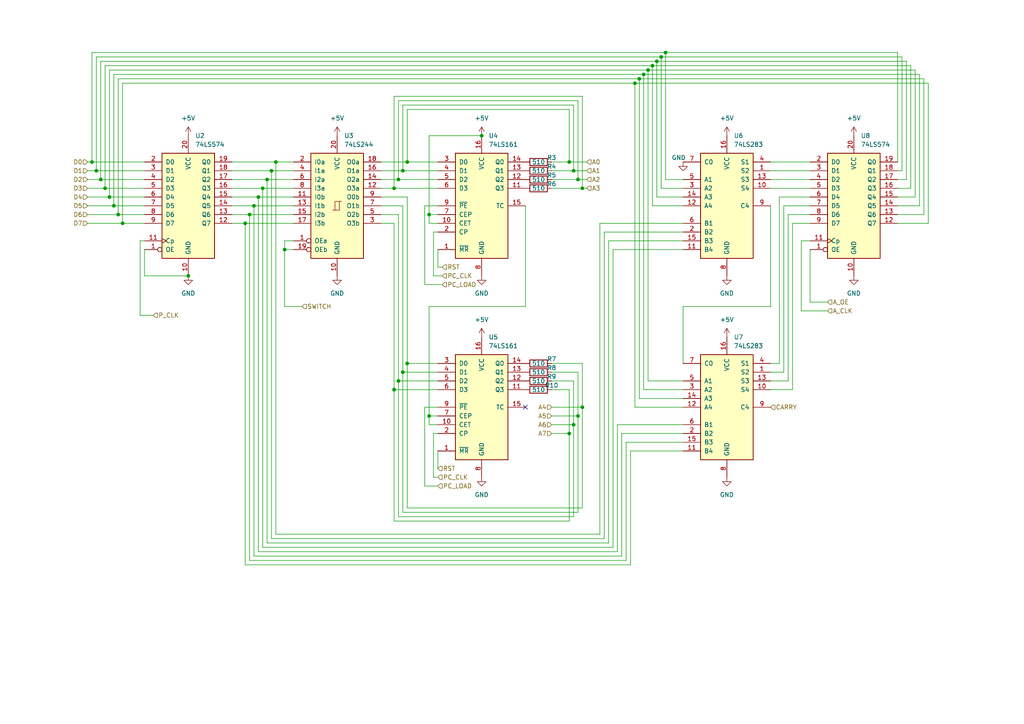
<source format=kicad_sch>
(kicad_sch (version 20211123) (generator eeschema)

  (uuid 0110ff1f-e46f-45b8-8bbc-b5a7766cbabd)

  (paper "A4")

  (title_block
    (title "Canned ICs")
    (date "2024-08-31")
    (rev "1.2")
    (company "Jipxmaster71")
    (comment 1 "2 ciclos por instrucción, todas las intrucciones tardan 2 ciclos de reloj")
    (comment 2 "Para que funcione a 4 MHz el acceso a la memoria tiene que ser de 125ns o menos")
    (comment 3 "256 Bytes de RAM y 10 instrucciones están disponibles")
    (comment 4 "Se pueden utilizar los chips 74HCxx y/o 74LSxx")
  )

  (lib_symbols
    (symbol "74xx:74LS161" (pin_names (offset 1.016)) (in_bom yes) (on_board yes)
      (property "Reference" "U" (id 0) (at -7.62 16.51 0)
        (effects (font (size 1.27 1.27)))
      )
      (property "Value" "74LS161" (id 1) (at -7.62 -16.51 0)
        (effects (font (size 1.27 1.27)))
      )
      (property "Footprint" "" (id 2) (at 0 0 0)
        (effects (font (size 1.27 1.27)) hide)
      )
      (property "Datasheet" "http://www.ti.com/lit/gpn/sn74LS161" (id 3) (at 0 0 0)
        (effects (font (size 1.27 1.27)) hide)
      )
      (property "ki_locked" "" (id 4) (at 0 0 0)
        (effects (font (size 1.27 1.27)))
      )
      (property "ki_keywords" "TTL CNT CNT4" (id 5) (at 0 0 0)
        (effects (font (size 1.27 1.27)) hide)
      )
      (property "ki_description" "Synchronous 4-bit programmable binary Counter" (id 6) (at 0 0 0)
        (effects (font (size 1.27 1.27)) hide)
      )
      (property "ki_fp_filters" "DIP?16*" (id 7) (at 0 0 0)
        (effects (font (size 1.27 1.27)) hide)
      )
      (symbol "74LS161_1_0"
        (pin input line (at -12.7 -12.7 0) (length 5.08)
          (name "~{MR}" (effects (font (size 1.27 1.27))))
          (number "1" (effects (font (size 1.27 1.27))))
        )
        (pin input line (at -12.7 -5.08 0) (length 5.08)
          (name "CET" (effects (font (size 1.27 1.27))))
          (number "10" (effects (font (size 1.27 1.27))))
        )
        (pin output line (at 12.7 5.08 180) (length 5.08)
          (name "Q3" (effects (font (size 1.27 1.27))))
          (number "11" (effects (font (size 1.27 1.27))))
        )
        (pin output line (at 12.7 7.62 180) (length 5.08)
          (name "Q2" (effects (font (size 1.27 1.27))))
          (number "12" (effects (font (size 1.27 1.27))))
        )
        (pin output line (at 12.7 10.16 180) (length 5.08)
          (name "Q1" (effects (font (size 1.27 1.27))))
          (number "13" (effects (font (size 1.27 1.27))))
        )
        (pin output line (at 12.7 12.7 180) (length 5.08)
          (name "Q0" (effects (font (size 1.27 1.27))))
          (number "14" (effects (font (size 1.27 1.27))))
        )
        (pin output line (at 12.7 0 180) (length 5.08)
          (name "TC" (effects (font (size 1.27 1.27))))
          (number "15" (effects (font (size 1.27 1.27))))
        )
        (pin power_in line (at 0 20.32 270) (length 5.08)
          (name "VCC" (effects (font (size 1.27 1.27))))
          (number "16" (effects (font (size 1.27 1.27))))
        )
        (pin input line (at -12.7 -7.62 0) (length 5.08)
          (name "CP" (effects (font (size 1.27 1.27))))
          (number "2" (effects (font (size 1.27 1.27))))
        )
        (pin input line (at -12.7 12.7 0) (length 5.08)
          (name "D0" (effects (font (size 1.27 1.27))))
          (number "3" (effects (font (size 1.27 1.27))))
        )
        (pin input line (at -12.7 10.16 0) (length 5.08)
          (name "D1" (effects (font (size 1.27 1.27))))
          (number "4" (effects (font (size 1.27 1.27))))
        )
        (pin input line (at -12.7 7.62 0) (length 5.08)
          (name "D2" (effects (font (size 1.27 1.27))))
          (number "5" (effects (font (size 1.27 1.27))))
        )
        (pin input line (at -12.7 5.08 0) (length 5.08)
          (name "D3" (effects (font (size 1.27 1.27))))
          (number "6" (effects (font (size 1.27 1.27))))
        )
        (pin input line (at -12.7 -2.54 0) (length 5.08)
          (name "CEP" (effects (font (size 1.27 1.27))))
          (number "7" (effects (font (size 1.27 1.27))))
        )
        (pin power_in line (at 0 -20.32 90) (length 5.08)
          (name "GND" (effects (font (size 1.27 1.27))))
          (number "8" (effects (font (size 1.27 1.27))))
        )
        (pin input line (at -12.7 0 0) (length 5.08)
          (name "~{PE}" (effects (font (size 1.27 1.27))))
          (number "9" (effects (font (size 1.27 1.27))))
        )
      )
      (symbol "74LS161_1_1"
        (rectangle (start -7.62 15.24) (end 7.62 -15.24)
          (stroke (width 0.254) (type default) (color 0 0 0 0))
          (fill (type background))
        )
      )
    )
    (symbol "74xx:74LS244" (pin_names (offset 1.016)) (in_bom yes) (on_board yes)
      (property "Reference" "U" (id 0) (at -7.62 16.51 0)
        (effects (font (size 1.27 1.27)))
      )
      (property "Value" "74LS244" (id 1) (at -7.62 -16.51 0)
        (effects (font (size 1.27 1.27)))
      )
      (property "Footprint" "" (id 2) (at 0 0 0)
        (effects (font (size 1.27 1.27)) hide)
      )
      (property "Datasheet" "http://www.ti.com/lit/ds/symlink/sn74ls244.pdf" (id 3) (at 0 0 0)
        (effects (font (size 1.27 1.27)) hide)
      )
      (property "ki_keywords" "7400 logic ttl low power schottky" (id 4) (at 0 0 0)
        (effects (font (size 1.27 1.27)) hide)
      )
      (property "ki_description" "Octal Buffer and Line Driver With 3-State Output, active-low enables, non-inverting outputs" (id 5) (at 0 0 0)
        (effects (font (size 1.27 1.27)) hide)
      )
      (property "ki_fp_filters" "DIP?20*" (id 6) (at 0 0 0)
        (effects (font (size 1.27 1.27)) hide)
      )
      (symbol "74LS244_1_0"
        (polyline
          (pts
            (xy -0.635 -1.27)
            (xy -0.635 1.27)
            (xy 0.635 1.27)
          )
          (stroke (width 0) (type default) (color 0 0 0 0))
          (fill (type none))
        )
        (polyline
          (pts
            (xy -1.27 -1.27)
            (xy 0.635 -1.27)
            (xy 0.635 1.27)
            (xy 1.27 1.27)
          )
          (stroke (width 0) (type default) (color 0 0 0 0))
          (fill (type none))
        )
        (pin input inverted (at -12.7 -10.16 0) (length 5.08)
          (name "OEa" (effects (font (size 1.27 1.27))))
          (number "1" (effects (font (size 1.27 1.27))))
        )
        (pin power_in line (at 0 -20.32 90) (length 5.08)
          (name "GND" (effects (font (size 1.27 1.27))))
          (number "10" (effects (font (size 1.27 1.27))))
        )
        (pin input line (at -12.7 2.54 0) (length 5.08)
          (name "I0b" (effects (font (size 1.27 1.27))))
          (number "11" (effects (font (size 1.27 1.27))))
        )
        (pin tri_state line (at 12.7 5.08 180) (length 5.08)
          (name "O3a" (effects (font (size 1.27 1.27))))
          (number "12" (effects (font (size 1.27 1.27))))
        )
        (pin input line (at -12.7 0 0) (length 5.08)
          (name "I1b" (effects (font (size 1.27 1.27))))
          (number "13" (effects (font (size 1.27 1.27))))
        )
        (pin tri_state line (at 12.7 7.62 180) (length 5.08)
          (name "O2a" (effects (font (size 1.27 1.27))))
          (number "14" (effects (font (size 1.27 1.27))))
        )
        (pin input line (at -12.7 -2.54 0) (length 5.08)
          (name "I2b" (effects (font (size 1.27 1.27))))
          (number "15" (effects (font (size 1.27 1.27))))
        )
        (pin tri_state line (at 12.7 10.16 180) (length 5.08)
          (name "O1a" (effects (font (size 1.27 1.27))))
          (number "16" (effects (font (size 1.27 1.27))))
        )
        (pin input line (at -12.7 -5.08 0) (length 5.08)
          (name "I3b" (effects (font (size 1.27 1.27))))
          (number "17" (effects (font (size 1.27 1.27))))
        )
        (pin tri_state line (at 12.7 12.7 180) (length 5.08)
          (name "O0a" (effects (font (size 1.27 1.27))))
          (number "18" (effects (font (size 1.27 1.27))))
        )
        (pin input inverted (at -12.7 -12.7 0) (length 5.08)
          (name "OEb" (effects (font (size 1.27 1.27))))
          (number "19" (effects (font (size 1.27 1.27))))
        )
        (pin input line (at -12.7 12.7 0) (length 5.08)
          (name "I0a" (effects (font (size 1.27 1.27))))
          (number "2" (effects (font (size 1.27 1.27))))
        )
        (pin power_in line (at 0 20.32 270) (length 5.08)
          (name "VCC" (effects (font (size 1.27 1.27))))
          (number "20" (effects (font (size 1.27 1.27))))
        )
        (pin tri_state line (at 12.7 -5.08 180) (length 5.08)
          (name "O3b" (effects (font (size 1.27 1.27))))
          (number "3" (effects (font (size 1.27 1.27))))
        )
        (pin input line (at -12.7 10.16 0) (length 5.08)
          (name "I1a" (effects (font (size 1.27 1.27))))
          (number "4" (effects (font (size 1.27 1.27))))
        )
        (pin tri_state line (at 12.7 -2.54 180) (length 5.08)
          (name "O2b" (effects (font (size 1.27 1.27))))
          (number "5" (effects (font (size 1.27 1.27))))
        )
        (pin input line (at -12.7 7.62 0) (length 5.08)
          (name "I2a" (effects (font (size 1.27 1.27))))
          (number "6" (effects (font (size 1.27 1.27))))
        )
        (pin tri_state line (at 12.7 0 180) (length 5.08)
          (name "O1b" (effects (font (size 1.27 1.27))))
          (number "7" (effects (font (size 1.27 1.27))))
        )
        (pin input line (at -12.7 5.08 0) (length 5.08)
          (name "I3a" (effects (font (size 1.27 1.27))))
          (number "8" (effects (font (size 1.27 1.27))))
        )
        (pin tri_state line (at 12.7 2.54 180) (length 5.08)
          (name "O0b" (effects (font (size 1.27 1.27))))
          (number "9" (effects (font (size 1.27 1.27))))
        )
      )
      (symbol "74LS244_1_1"
        (rectangle (start -7.62 15.24) (end 7.62 -15.24)
          (stroke (width 0.254) (type default) (color 0 0 0 0))
          (fill (type background))
        )
      )
    )
    (symbol "74xx:74LS283" (pin_names (offset 1.016)) (in_bom yes) (on_board yes)
      (property "Reference" "U" (id 0) (at -7.62 16.51 0)
        (effects (font (size 1.27 1.27)))
      )
      (property "Value" "74LS283" (id 1) (at -7.62 -16.51 0)
        (effects (font (size 1.27 1.27)))
      )
      (property "Footprint" "" (id 2) (at 0 0 0)
        (effects (font (size 1.27 1.27)) hide)
      )
      (property "Datasheet" "http://www.ti.com/lit/gpn/sn74LS283" (id 3) (at 0 0 0)
        (effects (font (size 1.27 1.27)) hide)
      )
      (property "ki_locked" "" (id 4) (at 0 0 0)
        (effects (font (size 1.27 1.27)))
      )
      (property "ki_keywords" "TTL ADD Arith ALU" (id 5) (at 0 0 0)
        (effects (font (size 1.27 1.27)) hide)
      )
      (property "ki_description" "4-bit full Adder" (id 6) (at 0 0 0)
        (effects (font (size 1.27 1.27)) hide)
      )
      (property "ki_fp_filters" "DIP?16*" (id 7) (at 0 0 0)
        (effects (font (size 1.27 1.27)) hide)
      )
      (symbol "74LS283_1_0"
        (pin output line (at 12.7 10.16 180) (length 5.08)
          (name "S2" (effects (font (size 1.27 1.27))))
          (number "1" (effects (font (size 1.27 1.27))))
        )
        (pin output line (at 12.7 5.08 180) (length 5.08)
          (name "S4" (effects (font (size 1.27 1.27))))
          (number "10" (effects (font (size 1.27 1.27))))
        )
        (pin input line (at -12.7 -12.7 0) (length 5.08)
          (name "B4" (effects (font (size 1.27 1.27))))
          (number "11" (effects (font (size 1.27 1.27))))
        )
        (pin input line (at -12.7 0 0) (length 5.08)
          (name "A4" (effects (font (size 1.27 1.27))))
          (number "12" (effects (font (size 1.27 1.27))))
        )
        (pin output line (at 12.7 7.62 180) (length 5.08)
          (name "S3" (effects (font (size 1.27 1.27))))
          (number "13" (effects (font (size 1.27 1.27))))
        )
        (pin input line (at -12.7 2.54 0) (length 5.08)
          (name "A3" (effects (font (size 1.27 1.27))))
          (number "14" (effects (font (size 1.27 1.27))))
        )
        (pin input line (at -12.7 -10.16 0) (length 5.08)
          (name "B3" (effects (font (size 1.27 1.27))))
          (number "15" (effects (font (size 1.27 1.27))))
        )
        (pin power_in line (at 0 20.32 270) (length 5.08)
          (name "VCC" (effects (font (size 1.27 1.27))))
          (number "16" (effects (font (size 1.27 1.27))))
        )
        (pin input line (at -12.7 -7.62 0) (length 5.08)
          (name "B2" (effects (font (size 1.27 1.27))))
          (number "2" (effects (font (size 1.27 1.27))))
        )
        (pin input line (at -12.7 5.08 0) (length 5.08)
          (name "A2" (effects (font (size 1.27 1.27))))
          (number "3" (effects (font (size 1.27 1.27))))
        )
        (pin output line (at 12.7 12.7 180) (length 5.08)
          (name "S1" (effects (font (size 1.27 1.27))))
          (number "4" (effects (font (size 1.27 1.27))))
        )
        (pin input line (at -12.7 7.62 0) (length 5.08)
          (name "A1" (effects (font (size 1.27 1.27))))
          (number "5" (effects (font (size 1.27 1.27))))
        )
        (pin input line (at -12.7 -5.08 0) (length 5.08)
          (name "B1" (effects (font (size 1.27 1.27))))
          (number "6" (effects (font (size 1.27 1.27))))
        )
        (pin input line (at -12.7 12.7 0) (length 5.08)
          (name "C0" (effects (font (size 1.27 1.27))))
          (number "7" (effects (font (size 1.27 1.27))))
        )
        (pin power_in line (at 0 -20.32 90) (length 5.08)
          (name "GND" (effects (font (size 1.27 1.27))))
          (number "8" (effects (font (size 1.27 1.27))))
        )
        (pin output line (at 12.7 0 180) (length 5.08)
          (name "C4" (effects (font (size 1.27 1.27))))
          (number "9" (effects (font (size 1.27 1.27))))
        )
      )
      (symbol "74LS283_1_1"
        (rectangle (start -7.62 15.24) (end 7.62 -15.24)
          (stroke (width 0.254) (type default) (color 0 0 0 0))
          (fill (type background))
        )
      )
    )
    (symbol "74xx:74LS574" (pin_names (offset 1.016)) (in_bom yes) (on_board yes)
      (property "Reference" "U" (id 0) (at -7.62 16.51 0)
        (effects (font (size 1.27 1.27)))
      )
      (property "Value" "74LS574" (id 1) (at -7.62 -16.51 0)
        (effects (font (size 1.27 1.27)))
      )
      (property "Footprint" "" (id 2) (at 0 0 0)
        (effects (font (size 1.27 1.27)) hide)
      )
      (property "Datasheet" "http://www.ti.com/lit/gpn/sn74LS574" (id 3) (at 0 0 0)
        (effects (font (size 1.27 1.27)) hide)
      )
      (property "ki_locked" "" (id 4) (at 0 0 0)
        (effects (font (size 1.27 1.27)))
      )
      (property "ki_keywords" "TTL REG DFF DFF8 3State" (id 5) (at 0 0 0)
        (effects (font (size 1.27 1.27)) hide)
      )
      (property "ki_description" "8-bit Register, 3-state outputs" (id 6) (at 0 0 0)
        (effects (font (size 1.27 1.27)) hide)
      )
      (property "ki_fp_filters" "DIP?20*" (id 7) (at 0 0 0)
        (effects (font (size 1.27 1.27)) hide)
      )
      (symbol "74LS574_1_0"
        (pin input inverted (at -12.7 -12.7 0) (length 5.08)
          (name "OE" (effects (font (size 1.27 1.27))))
          (number "1" (effects (font (size 1.27 1.27))))
        )
        (pin power_in line (at 0 -20.32 90) (length 5.08)
          (name "GND" (effects (font (size 1.27 1.27))))
          (number "10" (effects (font (size 1.27 1.27))))
        )
        (pin input clock (at -12.7 -10.16 0) (length 5.08)
          (name "Cp" (effects (font (size 1.27 1.27))))
          (number "11" (effects (font (size 1.27 1.27))))
        )
        (pin tri_state line (at 12.7 -5.08 180) (length 5.08)
          (name "Q7" (effects (font (size 1.27 1.27))))
          (number "12" (effects (font (size 1.27 1.27))))
        )
        (pin tri_state line (at 12.7 -2.54 180) (length 5.08)
          (name "Q6" (effects (font (size 1.27 1.27))))
          (number "13" (effects (font (size 1.27 1.27))))
        )
        (pin tri_state line (at 12.7 0 180) (length 5.08)
          (name "Q5" (effects (font (size 1.27 1.27))))
          (number "14" (effects (font (size 1.27 1.27))))
        )
        (pin tri_state line (at 12.7 2.54 180) (length 5.08)
          (name "Q4" (effects (font (size 1.27 1.27))))
          (number "15" (effects (font (size 1.27 1.27))))
        )
        (pin tri_state line (at 12.7 5.08 180) (length 5.08)
          (name "Q3" (effects (font (size 1.27 1.27))))
          (number "16" (effects (font (size 1.27 1.27))))
        )
        (pin tri_state line (at 12.7 7.62 180) (length 5.08)
          (name "Q2" (effects (font (size 1.27 1.27))))
          (number "17" (effects (font (size 1.27 1.27))))
        )
        (pin tri_state line (at 12.7 10.16 180) (length 5.08)
          (name "Q1" (effects (font (size 1.27 1.27))))
          (number "18" (effects (font (size 1.27 1.27))))
        )
        (pin tri_state line (at 12.7 12.7 180) (length 5.08)
          (name "Q0" (effects (font (size 1.27 1.27))))
          (number "19" (effects (font (size 1.27 1.27))))
        )
        (pin input line (at -12.7 12.7 0) (length 5.08)
          (name "D0" (effects (font (size 1.27 1.27))))
          (number "2" (effects (font (size 1.27 1.27))))
        )
        (pin power_in line (at 0 20.32 270) (length 5.08)
          (name "VCC" (effects (font (size 1.27 1.27))))
          (number "20" (effects (font (size 1.27 1.27))))
        )
        (pin input line (at -12.7 10.16 0) (length 5.08)
          (name "D1" (effects (font (size 1.27 1.27))))
          (number "3" (effects (font (size 1.27 1.27))))
        )
        (pin input line (at -12.7 7.62 0) (length 5.08)
          (name "D2" (effects (font (size 1.27 1.27))))
          (number "4" (effects (font (size 1.27 1.27))))
        )
        (pin input line (at -12.7 5.08 0) (length 5.08)
          (name "D3" (effects (font (size 1.27 1.27))))
          (number "5" (effects (font (size 1.27 1.27))))
        )
        (pin input line (at -12.7 2.54 0) (length 5.08)
          (name "D4" (effects (font (size 1.27 1.27))))
          (number "6" (effects (font (size 1.27 1.27))))
        )
        (pin input line (at -12.7 0 0) (length 5.08)
          (name "D5" (effects (font (size 1.27 1.27))))
          (number "7" (effects (font (size 1.27 1.27))))
        )
        (pin input line (at -12.7 -2.54 0) (length 5.08)
          (name "D6" (effects (font (size 1.27 1.27))))
          (number "8" (effects (font (size 1.27 1.27))))
        )
        (pin input line (at -12.7 -5.08 0) (length 5.08)
          (name "D7" (effects (font (size 1.27 1.27))))
          (number "9" (effects (font (size 1.27 1.27))))
        )
      )
      (symbol "74LS574_1_1"
        (rectangle (start -7.62 15.24) (end 7.62 -15.24)
          (stroke (width 0.254) (type default) (color 0 0 0 0))
          (fill (type background))
        )
      )
    )
    (symbol "Device:R" (pin_numbers hide) (pin_names (offset 0)) (in_bom yes) (on_board yes)
      (property "Reference" "R" (id 0) (at 2.032 0 90)
        (effects (font (size 1.27 1.27)))
      )
      (property "Value" "R" (id 1) (at 0 0 90)
        (effects (font (size 1.27 1.27)))
      )
      (property "Footprint" "" (id 2) (at -1.778 0 90)
        (effects (font (size 1.27 1.27)) hide)
      )
      (property "Datasheet" "~" (id 3) (at 0 0 0)
        (effects (font (size 1.27 1.27)) hide)
      )
      (property "ki_keywords" "R res resistor" (id 4) (at 0 0 0)
        (effects (font (size 1.27 1.27)) hide)
      )
      (property "ki_description" "Resistor" (id 5) (at 0 0 0)
        (effects (font (size 1.27 1.27)) hide)
      )
      (property "ki_fp_filters" "R_*" (id 6) (at 0 0 0)
        (effects (font (size 1.27 1.27)) hide)
      )
      (symbol "R_0_1"
        (rectangle (start -1.016 -2.54) (end 1.016 2.54)
          (stroke (width 0.254) (type default) (color 0 0 0 0))
          (fill (type none))
        )
      )
      (symbol "R_1_1"
        (pin passive line (at 0 3.81 270) (length 1.27)
          (name "~" (effects (font (size 1.27 1.27))))
          (number "1" (effects (font (size 1.27 1.27))))
        )
        (pin passive line (at 0 -3.81 90) (length 1.27)
          (name "~" (effects (font (size 1.27 1.27))))
          (number "2" (effects (font (size 1.27 1.27))))
        )
      )
    )
    (symbol "power:+5V" (power) (pin_names (offset 0)) (in_bom yes) (on_board yes)
      (property "Reference" "#PWR" (id 0) (at 0 -3.81 0)
        (effects (font (size 1.27 1.27)) hide)
      )
      (property "Value" "+5V" (id 1) (at 0 3.556 0)
        (effects (font (size 1.27 1.27)))
      )
      (property "Footprint" "" (id 2) (at 0 0 0)
        (effects (font (size 1.27 1.27)) hide)
      )
      (property "Datasheet" "" (id 3) (at 0 0 0)
        (effects (font (size 1.27 1.27)) hide)
      )
      (property "ki_keywords" "power-flag" (id 4) (at 0 0 0)
        (effects (font (size 1.27 1.27)) hide)
      )
      (property "ki_description" "Power symbol creates a global label with name \"+5V\"" (id 5) (at 0 0 0)
        (effects (font (size 1.27 1.27)) hide)
      )
      (symbol "+5V_0_1"
        (polyline
          (pts
            (xy -0.762 1.27)
            (xy 0 2.54)
          )
          (stroke (width 0) (type default) (color 0 0 0 0))
          (fill (type none))
        )
        (polyline
          (pts
            (xy 0 0)
            (xy 0 2.54)
          )
          (stroke (width 0) (type default) (color 0 0 0 0))
          (fill (type none))
        )
        (polyline
          (pts
            (xy 0 2.54)
            (xy 0.762 1.27)
          )
          (stroke (width 0) (type default) (color 0 0 0 0))
          (fill (type none))
        )
      )
      (symbol "+5V_1_1"
        (pin power_in line (at 0 0 90) (length 0) hide
          (name "+5V" (effects (font (size 1.27 1.27))))
          (number "1" (effects (font (size 1.27 1.27))))
        )
      )
    )
    (symbol "power:GND" (power) (pin_names (offset 0)) (in_bom yes) (on_board yes)
      (property "Reference" "#PWR" (id 0) (at 0 -6.35 0)
        (effects (font (size 1.27 1.27)) hide)
      )
      (property "Value" "GND" (id 1) (at 0 -3.81 0)
        (effects (font (size 1.27 1.27)))
      )
      (property "Footprint" "" (id 2) (at 0 0 0)
        (effects (font (size 1.27 1.27)) hide)
      )
      (property "Datasheet" "" (id 3) (at 0 0 0)
        (effects (font (size 1.27 1.27)) hide)
      )
      (property "ki_keywords" "power-flag" (id 4) (at 0 0 0)
        (effects (font (size 1.27 1.27)) hide)
      )
      (property "ki_description" "Power symbol creates a global label with name \"GND\" , ground" (id 5) (at 0 0 0)
        (effects (font (size 1.27 1.27)) hide)
      )
      (symbol "GND_0_1"
        (polyline
          (pts
            (xy 0 0)
            (xy 0 -1.27)
            (xy 1.27 -1.27)
            (xy 0 -2.54)
            (xy -1.27 -1.27)
            (xy 0 -1.27)
          )
          (stroke (width 0) (type default) (color 0 0 0 0))
          (fill (type none))
        )
      )
      (symbol "GND_1_1"
        (pin power_in line (at 0 0 270) (length 0) hide
          (name "GND" (effects (font (size 1.27 1.27))))
          (number "1" (effects (font (size 1.27 1.27))))
        )
      )
    )
  )

  (junction (at 168.91 118.11) (diameter 0) (color 0 0 0 0)
    (uuid 00173b09-af57-4784-9ad9-8df8857aca7a)
  )
  (junction (at 184.15 24.13) (diameter 0) (color 0 0 0 0)
    (uuid 056c916a-1062-41bb-9260-8fe2c7966951)
  )
  (junction (at 115.57 110.49) (diameter 0) (color 0 0 0 0)
    (uuid 0613d9f1-7e8c-4513-95e2-a1e343d6435f)
  )
  (junction (at 187.96 20.32) (diameter 0) (color 0 0 0 0)
    (uuid 0a671d5b-00f9-44fb-99d4-2cb1c50dcd59)
  )
  (junction (at 71.12 64.77) (diameter 0) (color 0 0 0 0)
    (uuid 0adb6afb-be49-4eab-b0c4-8ceda025b9a3)
  )
  (junction (at 118.11 46.99) (diameter 0) (color 0 0 0 0)
    (uuid 16885b3e-c8ff-46cb-b634-c68ad70a0b27)
  )
  (junction (at 189.23 19.05) (diameter 0) (color 0 0 0 0)
    (uuid 21a9f7a5-3670-4d61-a25e-2c4699492856)
  )
  (junction (at 115.57 52.07) (diameter 0) (color 0 0 0 0)
    (uuid 21da4f1a-4419-4b7a-9f13-c07d41de0025)
  )
  (junction (at 31.75 57.15) (diameter 0) (color 0 0 0 0)
    (uuid 2734d223-dcfa-449d-8e5a-bf38bdf14c8c)
  )
  (junction (at 193.04 15.24) (diameter 0) (color 0 0 0 0)
    (uuid 2c0ff4bf-41d9-411b-b9ed-65d98194068b)
  )
  (junction (at 72.39 62.23) (diameter 0) (color 0 0 0 0)
    (uuid 2f3aaf07-d468-4ba1-80a9-bd4db532055f)
  )
  (junction (at 186.69 21.59) (diameter 0) (color 0 0 0 0)
    (uuid 30789a55-17c8-4d54-9601-2004bf906fa2)
  )
  (junction (at 124.46 120.65) (diameter 0) (color 0 0 0 0)
    (uuid 39f5b794-45f4-4682-b9ed-9d409e4f1450)
  )
  (junction (at 168.91 54.61) (diameter 0) (color 0 0 0 0)
    (uuid 3e7a18fd-c6d8-4bd4-9489-be8916e35a49)
  )
  (junction (at 78.74 49.53) (diameter 0) (color 0 0 0 0)
    (uuid 5c6cb346-19ab-419c-a896-021d56d8b821)
  )
  (junction (at 185.42 22.86) (diameter 0) (color 0 0 0 0)
    (uuid 61249972-c3f3-4237-8700-a08005ce9c0c)
  )
  (junction (at 139.7 39.37) (diameter 0) (color 0 0 0 0)
    (uuid 69b381da-8a72-4b67-8867-1f03de3e3e85)
  )
  (junction (at 166.37 123.19) (diameter 0) (color 0 0 0 0)
    (uuid 6b568e38-be30-49c7-b17a-956eabae35a4)
  )
  (junction (at 114.3 113.03) (diameter 0) (color 0 0 0 0)
    (uuid 6ba66bd2-1558-4bde-ac41-f7c2e9748e48)
  )
  (junction (at 74.93 57.15) (diameter 0) (color 0 0 0 0)
    (uuid 6e977d54-36ef-484d-ae20-d1af5a7c5bbe)
  )
  (junction (at 35.56 64.77) (diameter 0) (color 0 0 0 0)
    (uuid 7dec59e0-e5c2-409f-a40e-ce4850257739)
  )
  (junction (at 80.01 46.99) (diameter 0) (color 0 0 0 0)
    (uuid 80f6b139-ab29-4c8c-9b7f-c401075beadd)
  )
  (junction (at 54.61 80.01) (diameter 0) (color 0 0 0 0)
    (uuid 88688436-1619-461d-b1e5-b2abffc013c5)
  )
  (junction (at 73.66 59.69) (diameter 0) (color 0 0 0 0)
    (uuid 9214ff03-5da0-4831-b254-9814fc10fb68)
  )
  (junction (at 165.1 125.73) (diameter 0) (color 0 0 0 0)
    (uuid 93cec8c2-6256-4ebe-97f0-0f45200356c4)
  )
  (junction (at 116.84 107.95) (diameter 0) (color 0 0 0 0)
    (uuid 9c3f4370-7230-4366-82e2-353ae39a26d7)
  )
  (junction (at 167.64 52.07) (diameter 0) (color 0 0 0 0)
    (uuid 9f7256f9-a3ac-4ac5-8f12-e08e9aa7036c)
  )
  (junction (at 33.02 59.69) (diameter 0) (color 0 0 0 0)
    (uuid bbb1fedc-05b0-41d1-aa31-1e6290d885fe)
  )
  (junction (at 191.77 16.51) (diameter 0) (color 0 0 0 0)
    (uuid bf6d20a1-4e0a-4e83-8414-3d05bf613d83)
  )
  (junction (at 77.47 52.07) (diameter 0) (color 0 0 0 0)
    (uuid c2af67bb-56ca-42c7-ba08-105578f6b2c0)
  )
  (junction (at 27.94 49.53) (diameter 0) (color 0 0 0 0)
    (uuid c804b1ed-6335-4c0b-86a3-e2a84e0e445f)
  )
  (junction (at 82.55 72.39) (diameter 0) (color 0 0 0 0)
    (uuid cebeab76-4f07-4b84-8f87-ee51c74d9e32)
  )
  (junction (at 166.37 49.53) (diameter 0) (color 0 0 0 0)
    (uuid d4b77bc3-4b25-424c-b56f-ea7bd74f4cbe)
  )
  (junction (at 34.29 62.23) (diameter 0) (color 0 0 0 0)
    (uuid d63c4660-02c4-4acc-98e3-33ff33949ce7)
  )
  (junction (at 26.67 46.99) (diameter 0) (color 0 0 0 0)
    (uuid db77b2bb-2aee-4faf-bb2f-fb284fc296ec)
  )
  (junction (at 76.2 54.61) (diameter 0) (color 0 0 0 0)
    (uuid dd993836-8670-415d-b257-79276a622791)
  )
  (junction (at 114.3 54.61) (diameter 0) (color 0 0 0 0)
    (uuid e01b3ebb-c420-46f5-a381-f6fb63635014)
  )
  (junction (at 118.11 105.41) (diameter 0) (color 0 0 0 0)
    (uuid eb206fd1-c365-47e5-a2f6-3766f86e23f7)
  )
  (junction (at 116.84 49.53) (diameter 0) (color 0 0 0 0)
    (uuid f30d4828-66f6-4416-9fee-70b597c3cf34)
  )
  (junction (at 190.5 17.78) (diameter 0) (color 0 0 0 0)
    (uuid f3258338-6a1b-49dc-9466-517412f5c476)
  )
  (junction (at 167.64 120.65) (diameter 0) (color 0 0 0 0)
    (uuid f62ac107-c3fd-4ab3-80d4-9e09269c47c0)
  )
  (junction (at 165.1 46.99) (diameter 0) (color 0 0 0 0)
    (uuid f6ea6e7f-3af1-442c-b695-b5368fe57a4a)
  )
  (junction (at 124.46 62.23) (diameter 0) (color 0 0 0 0)
    (uuid f94be841-e99c-47c7-ba16-f3b63a178a25)
  )
  (junction (at 30.48 54.61) (diameter 0) (color 0 0 0 0)
    (uuid f9f3c636-9060-466e-919b-907c368e3641)
  )
  (junction (at 29.21 52.07) (diameter 0) (color 0 0 0 0)
    (uuid fbf54ffa-26cb-4a66-ac32-2be1812fba97)
  )

  (no_connect (at 152.4 118.11) (uuid 99bdaa48-fd1d-4b01-abd4-06120a9eb1b7))

  (wire (pts (xy 160.02 46.99) (xy 165.1 46.99))
    (stroke (width 0) (type default) (color 0 0 0 0))
    (uuid 0266e87e-616d-47de-a9a7-22ed62068bcd)
  )
  (wire (pts (xy 127 72.39) (xy 127 77.47))
    (stroke (width 0) (type default) (color 0 0 0 0))
    (uuid 02ef34a0-5982-4ba0-a7d9-4882c9ca09b5)
  )
  (wire (pts (xy 114.3 151.13) (xy 114.3 113.03))
    (stroke (width 0) (type default) (color 0 0 0 0))
    (uuid 02f972d9-6281-4c42-a591-c31c6b5ab36e)
  )
  (wire (pts (xy 25.4 49.53) (xy 27.94 49.53))
    (stroke (width 0) (type default) (color 0 0 0 0))
    (uuid 0384a639-b366-4256-bead-c44018b2d6aa)
  )
  (wire (pts (xy 110.49 64.77) (xy 114.3 64.77))
    (stroke (width 0) (type default) (color 0 0 0 0))
    (uuid 04d47ec4-6b27-4a1c-af13-578240835457)
  )
  (wire (pts (xy 190.5 17.78) (xy 190.5 57.15))
    (stroke (width 0) (type default) (color 0 0 0 0))
    (uuid 0513fb4c-e710-42fa-99a3-3bc92ac2d9da)
  )
  (wire (pts (xy 25.4 46.99) (xy 26.67 46.99))
    (stroke (width 0) (type default) (color 0 0 0 0))
    (uuid 0604a418-8c91-4c7f-9e63-b0859f6b947f)
  )
  (wire (pts (xy 127 130.81) (xy 127 135.89))
    (stroke (width 0) (type default) (color 0 0 0 0))
    (uuid 063d3829-d77d-4f0f-b720-b3bd9292646a)
  )
  (wire (pts (xy 181.61 128.27) (xy 181.61 162.56))
    (stroke (width 0) (type default) (color 0 0 0 0))
    (uuid 0c676c6e-cdf3-4eaa-aa6c-a0a0f4d3004f)
  )
  (wire (pts (xy 67.31 52.07) (xy 77.47 52.07))
    (stroke (width 0) (type default) (color 0 0 0 0))
    (uuid 0edb44fc-da2d-4c09-8c62-e75ed9b94325)
  )
  (wire (pts (xy 186.69 21.59) (xy 266.7 21.59))
    (stroke (width 0) (type default) (color 0 0 0 0))
    (uuid 0f630ba6-825e-47e3-b83a-eb8c8af3bafa)
  )
  (wire (pts (xy 34.29 22.86) (xy 185.42 22.86))
    (stroke (width 0) (type default) (color 0 0 0 0))
    (uuid 10dd63fb-9043-403c-8b24-a7bc7e263d79)
  )
  (wire (pts (xy 40.64 69.85) (xy 40.64 91.44))
    (stroke (width 0) (type default) (color 0 0 0 0))
    (uuid 117c53a0-efd8-4317-a5f9-20f3032259f6)
  )
  (wire (pts (xy 265.43 57.15) (xy 265.43 20.32))
    (stroke (width 0) (type default) (color 0 0 0 0))
    (uuid 11e438b0-2605-4fec-a5e6-421ff7d6a0f7)
  )
  (wire (pts (xy 180.34 125.73) (xy 198.12 125.73))
    (stroke (width 0) (type default) (color 0 0 0 0))
    (uuid 12a6082c-7dd4-4b23-9070-a317dafe0c1b)
  )
  (wire (pts (xy 25.4 59.69) (xy 33.02 59.69))
    (stroke (width 0) (type default) (color 0 0 0 0))
    (uuid 134e262e-3d42-495f-90a6-afe1660a6c93)
  )
  (wire (pts (xy 166.37 110.49) (xy 160.02 110.49))
    (stroke (width 0) (type default) (color 0 0 0 0))
    (uuid 15000ac3-cae8-4d0e-8e94-d48328ae0886)
  )
  (wire (pts (xy 124.46 123.19) (xy 127 123.19))
    (stroke (width 0) (type default) (color 0 0 0 0))
    (uuid 15ecbc1f-da04-491b-876a-9d0ff819030b)
  )
  (wire (pts (xy 193.04 15.24) (xy 193.04 52.07))
    (stroke (width 0) (type default) (color 0 0 0 0))
    (uuid 16200ae1-5fa7-4ab2-b7ad-a26e7fe17da4)
  )
  (wire (pts (xy 179.07 123.19) (xy 179.07 160.02))
    (stroke (width 0) (type default) (color 0 0 0 0))
    (uuid 18f0a8ee-eb07-4d38-9627-baa6b44814ca)
  )
  (wire (pts (xy 269.24 64.77) (xy 260.35 64.77))
    (stroke (width 0) (type default) (color 0 0 0 0))
    (uuid 19a118c0-4194-4203-afea-545cb603d3bc)
  )
  (wire (pts (xy 27.94 49.53) (xy 41.91 49.53))
    (stroke (width 0) (type default) (color 0 0 0 0))
    (uuid 1a9dda7e-1adf-4bba-b929-d7fb9933c5fc)
  )
  (wire (pts (xy 191.77 16.51) (xy 261.62 16.51))
    (stroke (width 0) (type default) (color 0 0 0 0))
    (uuid 1c6a929c-3a84-44df-8fd5-00babbe3ec7e)
  )
  (wire (pts (xy 190.5 57.15) (xy 198.12 57.15))
    (stroke (width 0) (type default) (color 0 0 0 0))
    (uuid 1ce08931-afb8-427d-92e0-664a6fdfbbc2)
  )
  (wire (pts (xy 226.06 57.15) (xy 234.95 57.15))
    (stroke (width 0) (type default) (color 0 0 0 0))
    (uuid 1dcf32ae-269e-473b-a64b-505ef2656033)
  )
  (wire (pts (xy 85.09 59.69) (xy 73.66 59.69))
    (stroke (width 0) (type default) (color 0 0 0 0))
    (uuid 1dd067dc-2cd4-435a-b298-9cc4d72954be)
  )
  (wire (pts (xy 181.61 162.56) (xy 72.39 162.56))
    (stroke (width 0) (type default) (color 0 0 0 0))
    (uuid 1e3d010a-36d2-426d-8551-67706751d2e4)
  )
  (wire (pts (xy 191.77 16.51) (xy 27.94 16.51))
    (stroke (width 0) (type default) (color 0 0 0 0))
    (uuid 1e925cf4-ff55-4e64-8b6a-57119f160990)
  )
  (wire (pts (xy 175.26 67.31) (xy 198.12 67.31))
    (stroke (width 0) (type default) (color 0 0 0 0))
    (uuid 1e94ad3d-f627-4ee0-bfe5-c841a5a272e8)
  )
  (wire (pts (xy 114.3 27.94) (xy 114.3 54.61))
    (stroke (width 0) (type default) (color 0 0 0 0))
    (uuid 21ab32f8-d3f3-4a15-b5ef-7af2916a85fe)
  )
  (wire (pts (xy 160.02 107.95) (xy 167.64 107.95))
    (stroke (width 0) (type default) (color 0 0 0 0))
    (uuid 22727b36-1a6d-4aea-a2f4-5a6553081c66)
  )
  (wire (pts (xy 127 64.77) (xy 124.46 64.77))
    (stroke (width 0) (type default) (color 0 0 0 0))
    (uuid 22a9722d-ca69-42e9-a6b4-e0230eccb3ef)
  )
  (wire (pts (xy 160.02 49.53) (xy 166.37 49.53))
    (stroke (width 0) (type default) (color 0 0 0 0))
    (uuid 22e1de04-9a77-417d-8ac4-e1512b3925ea)
  )
  (wire (pts (xy 185.42 115.57) (xy 198.12 115.57))
    (stroke (width 0) (type default) (color 0 0 0 0))
    (uuid 235d7595-6400-4a74-880d-fbab6bec76f0)
  )
  (wire (pts (xy 124.46 120.65) (xy 124.46 123.19))
    (stroke (width 0) (type default) (color 0 0 0 0))
    (uuid 24fd954a-7060-48ae-83c3-62726802dd84)
  )
  (wire (pts (xy 264.16 54.61) (xy 260.35 54.61))
    (stroke (width 0) (type default) (color 0 0 0 0))
    (uuid 2563224b-c7f6-40e5-8d92-94de0705d25c)
  )
  (wire (pts (xy 124.46 64.77) (xy 124.46 62.23))
    (stroke (width 0) (type default) (color 0 0 0 0))
    (uuid 259c1298-a67b-40fb-a967-0dd7bd9ed21d)
  )
  (wire (pts (xy 74.93 160.02) (xy 74.93 57.15))
    (stroke (width 0) (type default) (color 0 0 0 0))
    (uuid 27092e93-d7b9-432f-9729-cd4032c2c6a5)
  )
  (wire (pts (xy 166.37 149.86) (xy 166.37 123.19))
    (stroke (width 0) (type default) (color 0 0 0 0))
    (uuid 299c20b6-6da6-490f-92db-36857f9d07e5)
  )
  (wire (pts (xy 80.01 154.94) (xy 80.01 46.99))
    (stroke (width 0) (type default) (color 0 0 0 0))
    (uuid 2aa5aa38-251b-428f-a98e-8a1786632fff)
  )
  (wire (pts (xy 114.3 64.77) (xy 114.3 113.03))
    (stroke (width 0) (type default) (color 0 0 0 0))
    (uuid 2c16baca-d5c7-4752-8953-706c3670d33c)
  )
  (wire (pts (xy 185.42 22.86) (xy 185.42 115.57))
    (stroke (width 0) (type default) (color 0 0 0 0))
    (uuid 2e2d68a0-681d-4fe8-a216-7b7310ddd283)
  )
  (wire (pts (xy 41.91 80.01) (xy 54.61 80.01))
    (stroke (width 0) (type default) (color 0 0 0 0))
    (uuid 313e7fd8-9ee0-4901-9d7d-e20a3a0d5a44)
  )
  (wire (pts (xy 198.12 113.03) (xy 186.69 113.03))
    (stroke (width 0) (type default) (color 0 0 0 0))
    (uuid 316ca8df-3e7c-46c5-abf9-ab975fe48d76)
  )
  (wire (pts (xy 71.12 64.77) (xy 71.12 163.83))
    (stroke (width 0) (type default) (color 0 0 0 0))
    (uuid 32d310ac-3da7-4e94-8fa6-3a18fdca1742)
  )
  (wire (pts (xy 260.35 15.24) (xy 193.04 15.24))
    (stroke (width 0) (type default) (color 0 0 0 0))
    (uuid 33aa1f7c-5678-4ec8-a5b8-efce4a30ceba)
  )
  (wire (pts (xy 234.95 72.39) (xy 234.95 87.63))
    (stroke (width 0) (type default) (color 0 0 0 0))
    (uuid 33e88463-ac78-4f1a-9462-3295648639dd)
  )
  (wire (pts (xy 265.43 20.32) (xy 187.96 20.32))
    (stroke (width 0) (type default) (color 0 0 0 0))
    (uuid 3411eb25-91f1-478e-858e-9382fbda1fa9)
  )
  (wire (pts (xy 85.09 64.77) (xy 71.12 64.77))
    (stroke (width 0) (type default) (color 0 0 0 0))
    (uuid 34a5d24b-a0dd-4d14-beab-52c5a5272665)
  )
  (wire (pts (xy 228.6 62.23) (xy 234.95 62.23))
    (stroke (width 0) (type default) (color 0 0 0 0))
    (uuid 350dbfb7-0cd1-432f-8bf8-7b368a068463)
  )
  (wire (pts (xy 166.37 30.48) (xy 116.84 30.48))
    (stroke (width 0) (type default) (color 0 0 0 0))
    (uuid 35e85380-2956-4969-9a41-e33a61696bf1)
  )
  (wire (pts (xy 110.49 52.07) (xy 115.57 52.07))
    (stroke (width 0) (type default) (color 0 0 0 0))
    (uuid 36669826-82fb-4193-beab-347b525e4113)
  )
  (wire (pts (xy 198.12 123.19) (xy 179.07 123.19))
    (stroke (width 0) (type default) (color 0 0 0 0))
    (uuid 369ed922-06fe-4308-8d91-df29ab5cc56d)
  )
  (wire (pts (xy 260.35 46.99) (xy 260.35 15.24))
    (stroke (width 0) (type default) (color 0 0 0 0))
    (uuid 37528254-f205-4f5e-a260-aff8ae2fb05b)
  )
  (wire (pts (xy 223.52 113.03) (xy 229.87 113.03))
    (stroke (width 0) (type default) (color 0 0 0 0))
    (uuid 3cbdecde-0277-4176-b100-003632a960c7)
  )
  (wire (pts (xy 184.15 118.11) (xy 184.15 24.13))
    (stroke (width 0) (type default) (color 0 0 0 0))
    (uuid 3d01bac4-2eb3-40f4-97a5-458a5a9db05d)
  )
  (wire (pts (xy 267.97 62.23) (xy 267.97 22.86))
    (stroke (width 0) (type default) (color 0 0 0 0))
    (uuid 3d118ceb-62d4-4360-8c52-f4d2c0e62b26)
  )
  (wire (pts (xy 25.4 52.07) (xy 29.21 52.07))
    (stroke (width 0) (type default) (color 0 0 0 0))
    (uuid 3e6ced87-5f1c-4f71-95c6-dbd100766063)
  )
  (wire (pts (xy 165.1 151.13) (xy 114.3 151.13))
    (stroke (width 0) (type default) (color 0 0 0 0))
    (uuid 3e97a9a9-1020-431c-b81c-f1e7f46124f3)
  )
  (wire (pts (xy 184.15 24.13) (xy 35.56 24.13))
    (stroke (width 0) (type default) (color 0 0 0 0))
    (uuid 3f9710fa-01bc-40e2-8505-dcfffd5aee78)
  )
  (wire (pts (xy 187.96 110.49) (xy 198.12 110.49))
    (stroke (width 0) (type default) (color 0 0 0 0))
    (uuid 415b3f87-b95a-4390-b401-5513dc682514)
  )
  (wire (pts (xy 82.55 72.39) (xy 82.55 88.9))
    (stroke (width 0) (type default) (color 0 0 0 0))
    (uuid 42a21e67-0ec1-4753-926a-27593fda7bab)
  )
  (wire (pts (xy 264.16 19.05) (xy 264.16 54.61))
    (stroke (width 0) (type default) (color 0 0 0 0))
    (uuid 4356d516-0bbf-4414-9a8b-f0586d0a9445)
  )
  (wire (pts (xy 167.64 120.65) (xy 167.64 148.59))
    (stroke (width 0) (type default) (color 0 0 0 0))
    (uuid 44923555-6fbc-47c4-80cb-994b6e9f34df)
  )
  (wire (pts (xy 167.64 52.07) (xy 170.18 52.07))
    (stroke (width 0) (type default) (color 0 0 0 0))
    (uuid 45059431-fec4-4a55-ab63-83e1a7480bbb)
  )
  (wire (pts (xy 123.19 140.97) (xy 127 140.97))
    (stroke (width 0) (type default) (color 0 0 0 0))
    (uuid 4678ae33-a4fd-4c7e-a3c3-b15cd6466483)
  )
  (wire (pts (xy 77.47 52.07) (xy 85.09 52.07))
    (stroke (width 0) (type default) (color 0 0 0 0))
    (uuid 4766b5f7-062a-4cb5-807a-f225d581fc02)
  )
  (wire (pts (xy 165.1 46.99) (xy 170.18 46.99))
    (stroke (width 0) (type default) (color 0 0 0 0))
    (uuid 4784e7f5-0358-4f19-93b0-a015e3916930)
  )
  (wire (pts (xy 110.49 57.15) (xy 118.11 57.15))
    (stroke (width 0) (type default) (color 0 0 0 0))
    (uuid 47c72ca1-1003-4e01-953b-fc6889e8a35f)
  )
  (wire (pts (xy 160.02 54.61) (xy 168.91 54.61))
    (stroke (width 0) (type default) (color 0 0 0 0))
    (uuid 47d4676a-24d7-4ccb-afa2-8c3a13ecb6b4)
  )
  (wire (pts (xy 27.94 16.51) (xy 27.94 49.53))
    (stroke (width 0) (type default) (color 0 0 0 0))
    (uuid 4a113d03-7b43-4137-a34b-2b010d4f65c5)
  )
  (wire (pts (xy 177.8 72.39) (xy 177.8 158.75))
    (stroke (width 0) (type default) (color 0 0 0 0))
    (uuid 4c2eacf0-4f14-4a1b-8bf2-80168f7dd84d)
  )
  (wire (pts (xy 229.87 64.77) (xy 234.95 64.77))
    (stroke (width 0) (type default) (color 0 0 0 0))
    (uuid 4f5e04a4-a504-4e69-b7f9-97b2268d45d8)
  )
  (wire (pts (xy 198.12 69.85) (xy 176.53 69.85))
    (stroke (width 0) (type default) (color 0 0 0 0))
    (uuid 4f61585f-bbc3-4731-a587-06f3b4b3009c)
  )
  (wire (pts (xy 35.56 64.77) (xy 41.91 64.77))
    (stroke (width 0) (type default) (color 0 0 0 0))
    (uuid 4fa2c055-ad7b-45dc-9a74-1cc94c5efdc2)
  )
  (wire (pts (xy 67.31 54.61) (xy 76.2 54.61))
    (stroke (width 0) (type default) (color 0 0 0 0))
    (uuid 5138a53f-c0f9-490a-b4ee-d4824daa2060)
  )
  (wire (pts (xy 41.91 72.39) (xy 41.91 80.01))
    (stroke (width 0) (type default) (color 0 0 0 0))
    (uuid 51e9dc43-d162-4154-9926-c87136a5a7d1)
  )
  (wire (pts (xy 33.02 59.69) (xy 41.91 59.69))
    (stroke (width 0) (type default) (color 0 0 0 0))
    (uuid 538340d7-b841-496b-9290-9e5916a9a7cf)
  )
  (wire (pts (xy 223.52 88.9) (xy 198.12 88.9))
    (stroke (width 0) (type default) (color 0 0 0 0))
    (uuid 55462340-f4af-465b-987a-140229a1e4db)
  )
  (wire (pts (xy 198.12 64.77) (xy 173.99 64.77))
    (stroke (width 0) (type default) (color 0 0 0 0))
    (uuid 556f9276-b59e-475a-85d4-6b09b5e57244)
  )
  (wire (pts (xy 118.11 46.99) (xy 127 46.99))
    (stroke (width 0) (type default) (color 0 0 0 0))
    (uuid 58646b94-c9ea-4a94-bf8c-ae73f4f71f06)
  )
  (wire (pts (xy 176.53 69.85) (xy 176.53 157.48))
    (stroke (width 0) (type default) (color 0 0 0 0))
    (uuid 595b0f09-c78f-4345-bb61-c7a25e71fc14)
  )
  (wire (pts (xy 165.1 113.03) (xy 165.1 125.73))
    (stroke (width 0) (type default) (color 0 0 0 0))
    (uuid 5a51b673-c211-4e5d-8e7a-9148eb4de555)
  )
  (wire (pts (xy 261.62 16.51) (xy 261.62 49.53))
    (stroke (width 0) (type default) (color 0 0 0 0))
    (uuid 5a65c3c1-00fa-444e-9ba3-0fc92e4ea343)
  )
  (wire (pts (xy 168.91 147.32) (xy 118.11 147.32))
    (stroke (width 0) (type default) (color 0 0 0 0))
    (uuid 5bdd1986-a9cd-4d49-ae87-869c3256dacd)
  )
  (wire (pts (xy 223.52 46.99) (xy 234.95 46.99))
    (stroke (width 0) (type default) (color 0 0 0 0))
    (uuid 5daab764-86b8-48c2-9932-f6017fc4d774)
  )
  (wire (pts (xy 168.91 54.61) (xy 170.18 54.61))
    (stroke (width 0) (type default) (color 0 0 0 0))
    (uuid 5e2e3822-123f-4f1a-beec-a31393c34adf)
  )
  (wire (pts (xy 125.73 138.43) (xy 125.73 125.73))
    (stroke (width 0) (type default) (color 0 0 0 0))
    (uuid 5e9e727a-91a0-4b13-a25b-2950daba116d)
  )
  (wire (pts (xy 67.31 59.69) (xy 73.66 59.69))
    (stroke (width 0) (type default) (color 0 0 0 0))
    (uuid 5f821ca2-5dde-4576-a9f8-a5dcdd352dd3)
  )
  (wire (pts (xy 78.74 156.21) (xy 175.26 156.21))
    (stroke (width 0) (type default) (color 0 0 0 0))
    (uuid 5fe547a5-d823-4e50-9b6e-ec1437015408)
  )
  (wire (pts (xy 116.84 59.69) (xy 116.84 107.95))
    (stroke (width 0) (type default) (color 0 0 0 0))
    (uuid 602798f9-f783-4f13-89e2-a2fe8d760689)
  )
  (wire (pts (xy 198.12 118.11) (xy 184.15 118.11))
    (stroke (width 0) (type default) (color 0 0 0 0))
    (uuid 64e4ec06-7061-4935-8d52-8d45d8e9426a)
  )
  (wire (pts (xy 25.4 64.77) (xy 35.56 64.77))
    (stroke (width 0) (type default) (color 0 0 0 0))
    (uuid 650f4647-04ac-4e14-bad1-c1f6589f4b95)
  )
  (wire (pts (xy 223.52 52.07) (xy 234.95 52.07))
    (stroke (width 0) (type default) (color 0 0 0 0))
    (uuid 66012585-3625-4470-a19a-83fb22a5a04a)
  )
  (wire (pts (xy 173.99 154.94) (xy 80.01 154.94))
    (stroke (width 0) (type default) (color 0 0 0 0))
    (uuid 665ff6eb-05be-435e-a9a3-3ca23c8b237b)
  )
  (wire (pts (xy 26.67 46.99) (xy 26.67 15.24))
    (stroke (width 0) (type default) (color 0 0 0 0))
    (uuid 67d1e161-3310-4b94-a665-f8ca0aaa9146)
  )
  (wire (pts (xy 191.77 54.61) (xy 191.77 16.51))
    (stroke (width 0) (type default) (color 0 0 0 0))
    (uuid 685235b2-0890-4576-b0db-81252cad3fff)
  )
  (wire (pts (xy 182.88 130.81) (xy 198.12 130.81))
    (stroke (width 0) (type default) (color 0 0 0 0))
    (uuid 68e48748-03f9-4b8d-bb8c-ef6ab8f968ff)
  )
  (wire (pts (xy 261.62 49.53) (xy 260.35 49.53))
    (stroke (width 0) (type default) (color 0 0 0 0))
    (uuid 68eaea50-fa0f-438e-b9ba-8020e4483ebb)
  )
  (wire (pts (xy 125.73 67.31) (xy 125.73 80.01))
    (stroke (width 0) (type default) (color 0 0 0 0))
    (uuid 69003763-caad-4100-91e9-ad05a8e56fba)
  )
  (wire (pts (xy 127 138.43) (xy 125.73 138.43))
    (stroke (width 0) (type default) (color 0 0 0 0))
    (uuid 6a2862b1-d545-4282-ba56-e624f8db294d)
  )
  (wire (pts (xy 127 77.47) (xy 128.27 77.47))
    (stroke (width 0) (type default) (color 0 0 0 0))
    (uuid 6a57067e-71a4-49e1-bf59-584d492f6a80)
  )
  (wire (pts (xy 31.75 20.32) (xy 187.96 20.32))
    (stroke (width 0) (type default) (color 0 0 0 0))
    (uuid 6ad7109a-e991-4663-a417-6d14b7436f4b)
  )
  (wire (pts (xy 115.57 29.21) (xy 167.64 29.21))
    (stroke (width 0) (type default) (color 0 0 0 0))
    (uuid 6b2882f5-0195-478f-997b-2e8acb06152e)
  )
  (wire (pts (xy 167.64 29.21) (xy 167.64 52.07))
    (stroke (width 0) (type default) (color 0 0 0 0))
    (uuid 6c09d976-c4b1-4844-b439-413c1a0c9d34)
  )
  (wire (pts (xy 160.02 125.73) (xy 165.1 125.73))
    (stroke (width 0) (type default) (color 0 0 0 0))
    (uuid 6de75de7-9924-4134-94e0-3a15540f4a5d)
  )
  (wire (pts (xy 85.09 49.53) (xy 78.74 49.53))
    (stroke (width 0) (type default) (color 0 0 0 0))
    (uuid 71292091-99e7-4aeb-b31f-3c9039d5b820)
  )
  (wire (pts (xy 67.31 46.99) (xy 80.01 46.99))
    (stroke (width 0) (type default) (color 0 0 0 0))
    (uuid 72106987-bd69-4296-bfea-757b957803b3)
  )
  (wire (pts (xy 165.1 31.75) (xy 118.11 31.75))
    (stroke (width 0) (type default) (color 0 0 0 0))
    (uuid 7213e959-6fa2-44c8-a0e2-1b5eb0f8781c)
  )
  (wire (pts (xy 262.89 52.07) (xy 262.89 17.78))
    (stroke (width 0) (type default) (color 0 0 0 0))
    (uuid 72c144de-d0a1-4746-bc29-73ed394f230d)
  )
  (wire (pts (xy 80.01 46.99) (xy 85.09 46.99))
    (stroke (width 0) (type default) (color 0 0 0 0))
    (uuid 7311a47b-d3fe-4727-b905-29b8b79c983a)
  )
  (wire (pts (xy 127 107.95) (xy 116.84 107.95))
    (stroke (width 0) (type default) (color 0 0 0 0))
    (uuid 745940ab-db60-4ac5-a4c3-6cb4a0800f19)
  )
  (wire (pts (xy 166.37 49.53) (xy 170.18 49.53))
    (stroke (width 0) (type default) (color 0 0 0 0))
    (uuid 75523828-1fc6-4f6d-aa60-75904365eaeb)
  )
  (wire (pts (xy 168.91 105.41) (xy 168.91 118.11))
    (stroke (width 0) (type default) (color 0 0 0 0))
    (uuid 76642d2a-fcce-463b-8600-d1636ea18078)
  )
  (wire (pts (xy 267.97 22.86) (xy 185.42 22.86))
    (stroke (width 0) (type default) (color 0 0 0 0))
    (uuid 76ebb1ac-6f30-4dd0-adc1-bcd9be646e6e)
  )
  (wire (pts (xy 189.23 59.69) (xy 189.23 19.05))
    (stroke (width 0) (type default) (color 0 0 0 0))
    (uuid 76f6c7ed-3723-42f9-ba22-2cb96d720c9b)
  )
  (wire (pts (xy 110.49 54.61) (xy 114.3 54.61))
    (stroke (width 0) (type default) (color 0 0 0 0))
    (uuid 788822bd-d0fb-440a-abfe-4ec2f4175cae)
  )
  (wire (pts (xy 116.84 148.59) (xy 116.84 107.95))
    (stroke (width 0) (type default) (color 0 0 0 0))
    (uuid 78d2a3d6-dff5-43c6-9a4d-5cbfef2559f4)
  )
  (wire (pts (xy 160.02 105.41) (xy 168.91 105.41))
    (stroke (width 0) (type default) (color 0 0 0 0))
    (uuid 7d2aec92-0239-4cbd-855c-59b53a699560)
  )
  (wire (pts (xy 124.46 62.23) (xy 127 62.23))
    (stroke (width 0) (type default) (color 0 0 0 0))
    (uuid 7d858588-b628-4ff1-a3c5-5a4532f8e2e7)
  )
  (wire (pts (xy 266.7 59.69) (xy 260.35 59.69))
    (stroke (width 0) (type default) (color 0 0 0 0))
    (uuid 7e3d1c17-3d17-4e46-b483-91a7ce4741d2)
  )
  (wire (pts (xy 186.69 113.03) (xy 186.69 21.59))
    (stroke (width 0) (type default) (color 0 0 0 0))
    (uuid 7fdfad85-183f-40a9-8243-5e1fe5f6cc6d)
  )
  (wire (pts (xy 77.47 157.48) (xy 77.47 52.07))
    (stroke (width 0) (type default) (color 0 0 0 0))
    (uuid 80a44553-8abe-4b22-9f9d-9e20b340dd7f)
  )
  (wire (pts (xy 29.21 17.78) (xy 190.5 17.78))
    (stroke (width 0) (type default) (color 0 0 0 0))
    (uuid 8133fea7-d9cb-4fcf-aec2-9528da9a22c8)
  )
  (wire (pts (xy 227.33 59.69) (xy 227.33 107.95))
    (stroke (width 0) (type default) (color 0 0 0 0))
    (uuid 81f4afce-4d76-4ec2-bbcc-fdb14718a607)
  )
  (wire (pts (xy 127 113.03) (xy 114.3 113.03))
    (stroke (width 0) (type default) (color 0 0 0 0))
    (uuid 83a1774e-b88a-4831-bcc8-1a97f0fd9bf4)
  )
  (wire (pts (xy 176.53 157.48) (xy 77.47 157.48))
    (stroke (width 0) (type default) (color 0 0 0 0))
    (uuid 85812fa9-5b33-459f-a1f6-8b76b2ab7c23)
  )
  (wire (pts (xy 124.46 88.9) (xy 152.4 88.9))
    (stroke (width 0) (type default) (color 0 0 0 0))
    (uuid 877d874f-62a8-4858-98af-c8f71c20e06c)
  )
  (wire (pts (xy 123.19 59.69) (xy 127 59.69))
    (stroke (width 0) (type default) (color 0 0 0 0))
    (uuid 8901389f-6e60-493d-8aff-c2e445ed6041)
  )
  (wire (pts (xy 226.06 105.41) (xy 223.52 105.41))
    (stroke (width 0) (type default) (color 0 0 0 0))
    (uuid 8925b04a-9dbb-4eee-ace8-416b4e9b7052)
  )
  (wire (pts (xy 110.49 59.69) (xy 116.84 59.69))
    (stroke (width 0) (type default) (color 0 0 0 0))
    (uuid 89deb4c5-f459-40db-90b5-cd9e83a8ab32)
  )
  (wire (pts (xy 82.55 69.85) (xy 82.55 72.39))
    (stroke (width 0) (type default) (color 0 0 0 0))
    (uuid 89fca55e-dae0-4b34-84d5-4fd37f7822cb)
  )
  (wire (pts (xy 228.6 62.23) (xy 228.6 110.49))
    (stroke (width 0) (type default) (color 0 0 0 0))
    (uuid 8a5d3797-2998-4ed5-a013-f67a833fd462)
  )
  (wire (pts (xy 67.31 49.53) (xy 78.74 49.53))
    (stroke (width 0) (type default) (color 0 0 0 0))
    (uuid 8ae7c792-20c6-4cfe-a213-82a259f9b53a)
  )
  (wire (pts (xy 78.74 49.53) (xy 78.74 156.21))
    (stroke (width 0) (type default) (color 0 0 0 0))
    (uuid 8ba1f21b-e19e-4f31-80df-db1ee638122d)
  )
  (wire (pts (xy 166.37 49.53) (xy 166.37 30.48))
    (stroke (width 0) (type default) (color 0 0 0 0))
    (uuid 905576d4-695a-4d99-98d7-e033521c764d)
  )
  (wire (pts (xy 226.06 57.15) (xy 226.06 105.41))
    (stroke (width 0) (type default) (color 0 0 0 0))
    (uuid 90665895-e217-45fd-9213-714cfb84c3fb)
  )
  (wire (pts (xy 227.33 59.69) (xy 234.95 59.69))
    (stroke (width 0) (type default) (color 0 0 0 0))
    (uuid 91a8e587-67c5-4885-a2cc-8e576ebaeeb5)
  )
  (wire (pts (xy 123.19 59.69) (xy 123.19 82.55))
    (stroke (width 0) (type default) (color 0 0 0 0))
    (uuid 91eb5bb3-68d2-4e66-b759-11e5f7dccfe6)
  )
  (wire (pts (xy 74.93 57.15) (xy 85.09 57.15))
    (stroke (width 0) (type default) (color 0 0 0 0))
    (uuid 92469bb2-7072-4c90-b199-2c02bf61df84)
  )
  (wire (pts (xy 82.55 88.9) (xy 87.63 88.9))
    (stroke (width 0) (type default) (color 0 0 0 0))
    (uuid 92792d73-4298-4540-bdbd-b36e158a98db)
  )
  (wire (pts (xy 41.91 69.85) (xy 40.64 69.85))
    (stroke (width 0) (type default) (color 0 0 0 0))
    (uuid 93cb033a-8602-4c43-af6e-9fefb13e4201)
  )
  (wire (pts (xy 223.52 49.53) (xy 234.95 49.53))
    (stroke (width 0) (type default) (color 0 0 0 0))
    (uuid 93eeb525-59c4-41a8-8423-3c7c7aba720f)
  )
  (wire (pts (xy 127 110.49) (xy 115.57 110.49))
    (stroke (width 0) (type default) (color 0 0 0 0))
    (uuid 94c3e3d1-9e0a-4c0d-8e9e-5fbfeae69000)
  )
  (wire (pts (xy 160.02 113.03) (xy 165.1 113.03))
    (stroke (width 0) (type default) (color 0 0 0 0))
    (uuid 9620d729-77ef-4f32-8750-58dd93846516)
  )
  (wire (pts (xy 223.52 54.61) (xy 234.95 54.61))
    (stroke (width 0) (type default) (color 0 0 0 0))
    (uuid 96a20098-bb26-42aa-ae51-52deb9cc81be)
  )
  (wire (pts (xy 123.19 118.11) (xy 127 118.11))
    (stroke (width 0) (type default) (color 0 0 0 0))
    (uuid 96ac1824-5823-410b-ae48-1d7bf27722a9)
  )
  (wire (pts (xy 30.48 19.05) (xy 30.48 54.61))
    (stroke (width 0) (type default) (color 0 0 0 0))
    (uuid 9738d55f-9e58-409b-b7a4-a9720ae357ac)
  )
  (wire (pts (xy 175.26 156.21) (xy 175.26 67.31))
    (stroke (width 0) (type default) (color 0 0 0 0))
    (uuid 98152a30-f799-4923-baf4-4103496e5f27)
  )
  (wire (pts (xy 35.56 24.13) (xy 35.56 64.77))
    (stroke (width 0) (type default) (color 0 0 0 0))
    (uuid 9917043f-bd37-4dbb-abf5-9c22c5cab999)
  )
  (wire (pts (xy 124.46 39.37) (xy 124.46 62.23))
    (stroke (width 0) (type default) (color 0 0 0 0))
    (uuid 994b122a-c4a4-4f7e-8840-86e9f4d089c0)
  )
  (wire (pts (xy 167.64 107.95) (xy 167.64 120.65))
    (stroke (width 0) (type default) (color 0 0 0 0))
    (uuid 99dc0662-9310-45ae-bce7-82f135acdb32)
  )
  (wire (pts (xy 123.19 82.55) (xy 128.27 82.55))
    (stroke (width 0) (type default) (color 0 0 0 0))
    (uuid 9a46fec8-19e0-45cb-a7c7-636ce69fbf93)
  )
  (wire (pts (xy 198.12 59.69) (xy 189.23 59.69))
    (stroke (width 0) (type default) (color 0 0 0 0))
    (uuid 9ac90b61-f74a-4bbd-a3bb-299aa3fa99a0)
  )
  (wire (pts (xy 168.91 54.61) (xy 168.91 27.94))
    (stroke (width 0) (type default) (color 0 0 0 0))
    (uuid 9b8d972d-358b-44dd-b79f-8bed85d9be9b)
  )
  (wire (pts (xy 30.48 54.61) (xy 41.91 54.61))
    (stroke (width 0) (type default) (color 0 0 0 0))
    (uuid 9c1f8388-a838-4b0a-b789-7847281c93a7)
  )
  (wire (pts (xy 127 105.41) (xy 118.11 105.41))
    (stroke (width 0) (type default) (color 0 0 0 0))
    (uuid 9c4679a4-3add-4084-8428-12753eb9819a)
  )
  (wire (pts (xy 67.31 62.23) (xy 72.39 62.23))
    (stroke (width 0) (type default) (color 0 0 0 0))
    (uuid 9c821b24-8507-4bea-a829-fc911105036b)
  )
  (wire (pts (xy 72.39 62.23) (xy 85.09 62.23))
    (stroke (width 0) (type default) (color 0 0 0 0))
    (uuid 9d0207c1-ca4d-4cbd-be2a-16ae0840289b)
  )
  (wire (pts (xy 29.21 52.07) (xy 29.21 17.78))
    (stroke (width 0) (type default) (color 0 0 0 0))
    (uuid 9f83e94a-2e3e-4336-bdae-1a914961e9ea)
  )
  (wire (pts (xy 179.07 160.02) (xy 74.93 160.02))
    (stroke (width 0) (type default) (color 0 0 0 0))
    (uuid 9f9b3beb-6ffa-46ff-9123-3d512b01e828)
  )
  (wire (pts (xy 124.46 120.65) (xy 124.46 88.9))
    (stroke (width 0) (type default) (color 0 0 0 0))
    (uuid a01b9164-0c3d-4e74-9353-ecde67f8f417)
  )
  (wire (pts (xy 229.87 64.77) (xy 229.87 113.03))
    (stroke (width 0) (type default) (color 0 0 0 0))
    (uuid a16ed526-c922-4321-8f73-0d3ad32da9de)
  )
  (wire (pts (xy 180.34 161.29) (xy 180.34 125.73))
    (stroke (width 0) (type default) (color 0 0 0 0))
    (uuid a4f3d228-6ff6-4c20-94d2-510d1394a500)
  )
  (wire (pts (xy 110.49 62.23) (xy 115.57 62.23))
    (stroke (width 0) (type default) (color 0 0 0 0))
    (uuid a52e3bf4-b781-49b0-bb57-652972bbf392)
  )
  (wire (pts (xy 125.73 125.73) (xy 127 125.73))
    (stroke (width 0) (type default) (color 0 0 0 0))
    (uuid a73915b2-54cb-40d1-8b02-0d18bcff58fb)
  )
  (wire (pts (xy 25.4 54.61) (xy 30.48 54.61))
    (stroke (width 0) (type default) (color 0 0 0 0))
    (uuid a7bbd30d-de81-48dc-9824-cabd5c141dd9)
  )
  (wire (pts (xy 173.99 64.77) (xy 173.99 154.94))
    (stroke (width 0) (type default) (color 0 0 0 0))
    (uuid a7cf5c28-7a43-449f-8fc9-a3c4105be40d)
  )
  (wire (pts (xy 269.24 24.13) (xy 269.24 64.77))
    (stroke (width 0) (type default) (color 0 0 0 0))
    (uuid a7de4714-f4f4-42ab-bcb9-605c2982c50f)
  )
  (wire (pts (xy 40.64 91.44) (xy 44.45 91.44))
    (stroke (width 0) (type default) (color 0 0 0 0))
    (uuid a8e374e4-b544-47cc-89d3-f0f6103ae32f)
  )
  (wire (pts (xy 118.11 57.15) (xy 118.11 105.41))
    (stroke (width 0) (type default) (color 0 0 0 0))
    (uuid a95a7881-4b8b-44ac-9da1-461771c256a9)
  )
  (wire (pts (xy 118.11 147.32) (xy 118.11 105.41))
    (stroke (width 0) (type default) (color 0 0 0 0))
    (uuid aae495ce-ac74-4316-ab8f-1bcb3dcedf9f)
  )
  (wire (pts (xy 115.57 52.07) (xy 115.57 29.21))
    (stroke (width 0) (type default) (color 0 0 0 0))
    (uuid ab624398-0a0f-42cd-8262-9ba7acddea07)
  )
  (wire (pts (xy 232.41 69.85) (xy 232.41 90.17))
    (stroke (width 0) (type default) (color 0 0 0 0))
    (uuid ad213a36-dae6-4e83-a20e-aaa58b35eaed)
  )
  (wire (pts (xy 165.1 46.99) (xy 165.1 31.75))
    (stroke (width 0) (type default) (color 0 0 0 0))
    (uuid ad4cb0aa-f1b3-41f1-9399-277f00f9e60e)
  )
  (wire (pts (xy 165.1 125.73) (xy 165.1 151.13))
    (stroke (width 0) (type default) (color 0 0 0 0))
    (uuid adcd7e8b-8323-41d6-bf03-0a22366d40ed)
  )
  (wire (pts (xy 73.66 59.69) (xy 73.66 161.29))
    (stroke (width 0) (type default) (color 0 0 0 0))
    (uuid b150c0f7-1ecd-4933-91fa-1234088f28a0)
  )
  (wire (pts (xy 168.91 118.11) (xy 168.91 147.32))
    (stroke (width 0) (type default) (color 0 0 0 0))
    (uuid b1df6b49-e0c5-426e-8716-401997e3d69f)
  )
  (wire (pts (xy 189.23 19.05) (xy 30.48 19.05))
    (stroke (width 0) (type default) (color 0 0 0 0))
    (uuid b235320e-074d-493b-9074-90da289d988c)
  )
  (wire (pts (xy 67.31 64.77) (xy 71.12 64.77))
    (stroke (width 0) (type default) (color 0 0 0 0))
    (uuid b2f1c44f-20fd-4861-a38e-d98b3d4a5fac)
  )
  (wire (pts (xy 193.04 52.07) (xy 198.12 52.07))
    (stroke (width 0) (type default) (color 0 0 0 0))
    (uuid b36cc837-6faa-4dfa-ace1-c0111a6482d0)
  )
  (wire (pts (xy 26.67 15.24) (xy 193.04 15.24))
    (stroke (width 0) (type default) (color 0 0 0 0))
    (uuid b52770b5-cf1a-4860-bff7-87436347251d)
  )
  (wire (pts (xy 266.7 21.59) (xy 266.7 59.69))
    (stroke (width 0) (type default) (color 0 0 0 0))
    (uuid b6464f92-2660-442a-828c-64a7c863f4d5)
  )
  (wire (pts (xy 166.37 123.19) (xy 166.37 110.49))
    (stroke (width 0) (type default) (color 0 0 0 0))
    (uuid b67fb294-f646-49b5-bd4c-30bb869a58bd)
  )
  (wire (pts (xy 72.39 162.56) (xy 72.39 62.23))
    (stroke (width 0) (type default) (color 0 0 0 0))
    (uuid b922a977-a9d4-4c87-b5c8-fdefcd4beae8)
  )
  (wire (pts (xy 41.91 62.23) (xy 34.29 62.23))
    (stroke (width 0) (type default) (color 0 0 0 0))
    (uuid babe4310-ddff-4790-b3c2-c36c45da90b6)
  )
  (wire (pts (xy 125.73 80.01) (xy 128.27 80.01))
    (stroke (width 0) (type default) (color 0 0 0 0))
    (uuid bbb4c9e4-28ba-4e21-b3f0-b5189097e095)
  )
  (wire (pts (xy 73.66 161.29) (xy 180.34 161.29))
    (stroke (width 0) (type default) (color 0 0 0 0))
    (uuid bc0929ce-851e-4071-8cf4-515a8a543aee)
  )
  (wire (pts (xy 260.35 52.07) (xy 262.89 52.07))
    (stroke (width 0) (type default) (color 0 0 0 0))
    (uuid bcf53e52-c524-496c-a608-15f76e588b67)
  )
  (wire (pts (xy 76.2 158.75) (xy 76.2 54.61))
    (stroke (width 0) (type default) (color 0 0 0 0))
    (uuid bd7893f2-137a-4a9a-9022-9fcca3e36971)
  )
  (wire (pts (xy 234.95 69.85) (xy 232.41 69.85))
    (stroke (width 0) (type default) (color 0 0 0 0))
    (uuid bdf857ab-95a4-47e1-9a92-f8a5b166a2b4)
  )
  (wire (pts (xy 25.4 57.15) (xy 31.75 57.15))
    (stroke (width 0) (type default) (color 0 0 0 0))
    (uuid be47af1c-a865-431b-8df2-d3363ba7ab5f)
  )
  (wire (pts (xy 71.12 163.83) (xy 182.88 163.83))
    (stroke (width 0) (type default) (color 0 0 0 0))
    (uuid bee02588-ca3d-469e-9087-3f91bfab62c1)
  )
  (wire (pts (xy 152.4 88.9) (xy 152.4 59.69))
    (stroke (width 0) (type default) (color 0 0 0 0))
    (uuid bfff8c3a-8ed6-4078-827f-c41e94d09b2f)
  )
  (wire (pts (xy 228.6 110.49) (xy 223.52 110.49))
    (stroke (width 0) (type default) (color 0 0 0 0))
    (uuid c044206e-9b8a-4ca6-9e06-8c7de84dae67)
  )
  (wire (pts (xy 184.15 24.13) (xy 269.24 24.13))
    (stroke (width 0) (type default) (color 0 0 0 0))
    (uuid c1cf37ef-6a3e-4d92-abbe-ec8bf426df7b)
  )
  (wire (pts (xy 234.95 87.63) (xy 240.03 87.63))
    (stroke (width 0) (type default) (color 0 0 0 0))
    (uuid c1efa261-b939-46e8-ba50-75bfb964c80e)
  )
  (wire (pts (xy 110.49 46.99) (xy 118.11 46.99))
    (stroke (width 0) (type default) (color 0 0 0 0))
    (uuid c3075bab-bfe5-498f-9ee4-419ca9a93298)
  )
  (wire (pts (xy 67.31 57.15) (xy 74.93 57.15))
    (stroke (width 0) (type default) (color 0 0 0 0))
    (uuid c38fae4c-1c28-4c66-8e5f-1b84b508f50e)
  )
  (wire (pts (xy 167.64 52.07) (xy 160.02 52.07))
    (stroke (width 0) (type default) (color 0 0 0 0))
    (uuid c4834dc2-861f-444d-91f5-9c10fffbdb12)
  )
  (wire (pts (xy 31.75 57.15) (xy 31.75 20.32))
    (stroke (width 0) (type default) (color 0 0 0 0))
    (uuid c4dc6e02-9e95-4e4b-abd1-acafea828597)
  )
  (wire (pts (xy 41.91 57.15) (xy 31.75 57.15))
    (stroke (width 0) (type default) (color 0 0 0 0))
    (uuid c78e309f-d5e1-48f0-be40-43df7d7311ee)
  )
  (wire (pts (xy 82.55 72.39) (xy 85.09 72.39))
    (stroke (width 0) (type default) (color 0 0 0 0))
    (uuid c8537c3a-5081-418d-9101-c028a03cc299)
  )
  (wire (pts (xy 198.12 128.27) (xy 181.61 128.27))
    (stroke (width 0) (type default) (color 0 0 0 0))
    (uuid c91be2d9-d92d-4545-9728-fc3aa36f9565)
  )
  (wire (pts (xy 198.12 54.61) (xy 191.77 54.61))
    (stroke (width 0) (type default) (color 0 0 0 0))
    (uuid caaf1b4d-a4c9-48f2-97c2-4438a2bce651)
  )
  (wire (pts (xy 167.64 148.59) (xy 116.84 148.59))
    (stroke (width 0) (type default) (color 0 0 0 0))
    (uuid cd20f5c1-9a7f-4328-a40a-a6afa3c36df3)
  )
  (wire (pts (xy 182.88 163.83) (xy 182.88 130.81))
    (stroke (width 0) (type default) (color 0 0 0 0))
    (uuid cf06327e-5c55-48c5-a57f-c21b67f50bed)
  )
  (wire (pts (xy 223.52 59.69) (xy 223.52 88.9))
    (stroke (width 0) (type default) (color 0 0 0 0))
    (uuid d3224812-60af-4090-943d-836f97d9d970)
  )
  (wire (pts (xy 85.09 69.85) (xy 82.55 69.85))
    (stroke (width 0) (type default) (color 0 0 0 0))
    (uuid d4300232-5cc5-4522-b6ba-7d02d152b7a1)
  )
  (wire (pts (xy 177.8 158.75) (xy 76.2 158.75))
    (stroke (width 0) (type default) (color 0 0 0 0))
    (uuid d47a0e44-f749-4469-8c62-38cc078a0279)
  )
  (wire (pts (xy 115.57 149.86) (xy 166.37 149.86))
    (stroke (width 0) (type default) (color 0 0 0 0))
    (uuid d6ea7c45-4cb4-452c-bec8-c7a81b85620d)
  )
  (wire (pts (xy 41.91 52.07) (xy 29.21 52.07))
    (stroke (width 0) (type default) (color 0 0 0 0))
    (uuid d7a59322-d530-41c2-bc04-a7c6f40a9f4a)
  )
  (wire (pts (xy 127 120.65) (xy 124.46 120.65))
    (stroke (width 0) (type default) (color 0 0 0 0))
    (uuid d8c0a113-ce54-4d9f-bdc8-7ca789d1040e)
  )
  (wire (pts (xy 186.69 21.59) (xy 33.02 21.59))
    (stroke (width 0) (type default) (color 0 0 0 0))
    (uuid d8e73f04-6ddf-4632-834e-7e17e161ce3e)
  )
  (wire (pts (xy 114.3 54.61) (xy 127 54.61))
    (stroke (width 0) (type default) (color 0 0 0 0))
    (uuid d9bcdcae-a581-410d-8273-27f9473fbc69)
  )
  (wire (pts (xy 160.02 120.65) (xy 167.64 120.65))
    (stroke (width 0) (type default) (color 0 0 0 0))
    (uuid db587911-cdbb-4d66-aa44-212a36f8ebc3)
  )
  (wire (pts (xy 160.02 123.19) (xy 166.37 123.19))
    (stroke (width 0) (type default) (color 0 0 0 0))
    (uuid df84e97d-6015-45c9-93ac-74a9a1c2819e)
  )
  (wire (pts (xy 160.02 118.11) (xy 168.91 118.11))
    (stroke (width 0) (type default) (color 0 0 0 0))
    (uuid e040c094-9669-4e8a-bfbb-84312b7fd2e4)
  )
  (wire (pts (xy 115.57 110.49) (xy 115.57 149.86))
    (stroke (width 0) (type default) (color 0 0 0 0))
    (uuid e2ba7e98-a6cb-401e-9108-ff2c74c2ae3f)
  )
  (wire (pts (xy 118.11 31.75) (xy 118.11 46.99))
    (stroke (width 0) (type default) (color 0 0 0 0))
    (uuid e499a1c2-a586-4021-a9ca-15087ba12d76)
  )
  (wire (pts (xy 223.52 107.95) (xy 227.33 107.95))
    (stroke (width 0) (type default) (color 0 0 0 0))
    (uuid e4c1874d-5632-46c9-85fd-a0b649429d21)
  )
  (wire (pts (xy 76.2 54.61) (xy 85.09 54.61))
    (stroke (width 0) (type default) (color 0 0 0 0))
    (uuid e5918f25-4830-4f8f-91bf-b4a97472e5d1)
  )
  (wire (pts (xy 116.84 49.53) (xy 127 49.53))
    (stroke (width 0) (type default) (color 0 0 0 0))
    (uuid e5db8743-d90a-420b-8224-4995c3fcefbf)
  )
  (wire (pts (xy 168.91 27.94) (xy 114.3 27.94))
    (stroke (width 0) (type default) (color 0 0 0 0))
    (uuid e74bae77-ced0-45bc-b3d2-8212d13f5626)
  )
  (wire (pts (xy 25.4 62.23) (xy 34.29 62.23))
    (stroke (width 0) (type default) (color 0 0 0 0))
    (uuid e7e4cd61-bce5-404c-a92c-f8c3491abd81)
  )
  (wire (pts (xy 123.19 118.11) (xy 123.19 140.97))
    (stroke (width 0) (type default) (color 0 0 0 0))
    (uuid e96de25c-d9d6-4bb4-9b68-f95d52b0327c)
  )
  (wire (pts (xy 262.89 17.78) (xy 190.5 17.78))
    (stroke (width 0) (type default) (color 0 0 0 0))
    (uuid e9b0474b-9a0f-41a6-9b7a-5ddafa106ddd)
  )
  (wire (pts (xy 187.96 20.32) (xy 187.96 110.49))
    (stroke (width 0) (type default) (color 0 0 0 0))
    (uuid ebc14465-1203-4167-a696-0ff5f9496e94)
  )
  (wire (pts (xy 115.57 52.07) (xy 127 52.07))
    (stroke (width 0) (type default) (color 0 0 0 0))
    (uuid ecb8ec5c-a796-46e1-bf02-951be1c7fed8)
  )
  (wire (pts (xy 116.84 30.48) (xy 116.84 49.53))
    (stroke (width 0) (type default) (color 0 0 0 0))
    (uuid edcb6794-a1b7-4edb-be95-536d5d8762f0)
  )
  (wire (pts (xy 189.23 19.05) (xy 264.16 19.05))
    (stroke (width 0) (type default) (color 0 0 0 0))
    (uuid f301b9a8-ebbe-4580-8f1b-6e4178b9145f)
  )
  (wire (pts (xy 33.02 21.59) (xy 33.02 59.69))
    (stroke (width 0) (type default) (color 0 0 0 0))
    (uuid f4c1890b-284a-48d0-8636-7803f883a694)
  )
  (wire (pts (xy 198.12 88.9) (xy 198.12 105.41))
    (stroke (width 0) (type default) (color 0 0 0 0))
    (uuid f6c324f8-c94c-4517-8185-f5f47c2ca633)
  )
  (wire (pts (xy 115.57 62.23) (xy 115.57 110.49))
    (stroke (width 0) (type default) (color 0 0 0 0))
    (uuid fba7ec5a-d78f-4a8a-9f47-1a3abdb46793)
  )
  (wire (pts (xy 198.12 72.39) (xy 177.8 72.39))
    (stroke (width 0) (type default) (color 0 0 0 0))
    (uuid fc5c9794-ad99-4cd8-97cc-fe030eac1ee7)
  )
  (wire (pts (xy 232.41 90.17) (xy 240.03 90.17))
    (stroke (width 0) (type default) (color 0 0 0 0))
    (uuid fd10979d-082a-4424-9762-2216bc0be7a4)
  )
  (wire (pts (xy 34.29 62.23) (xy 34.29 22.86))
    (stroke (width 0) (type default) (color 0 0 0 0))
    (uuid fd95aecf-c984-449e-8657-a8ac70083d6d)
  )
  (wire (pts (xy 260.35 62.23) (xy 267.97 62.23))
    (stroke (width 0) (type default) (color 0 0 0 0))
    (uuid fe656839-0257-4dde-b029-d3b1feeb6509)
  )
  (wire (pts (xy 127 67.31) (xy 125.73 67.31))
    (stroke (width 0) (type default) (color 0 0 0 0))
    (uuid fe6ce03f-81b5-4f94-b0c6-43d1f70dae1c)
  )
  (wire (pts (xy 41.91 46.99) (xy 26.67 46.99))
    (stroke (width 0) (type default) (color 0 0 0 0))
    (uuid fede6c7a-436c-488e-a496-6668a61b395c)
  )
  (wire (pts (xy 110.49 49.53) (xy 116.84 49.53))
    (stroke (width 0) (type default) (color 0 0 0 0))
    (uuid ff6930fd-e4fa-4f4a-ae92-14537ccc8749)
  )
  (wire (pts (xy 139.7 39.37) (xy 124.46 39.37))
    (stroke (width 0) (type default) (color 0 0 0 0))
    (uuid ffaed21c-6b81-4d7f-a117-7320bb4c013c)
  )
  (wire (pts (xy 260.35 57.15) (xy 265.43 57.15))
    (stroke (width 0) (type default) (color 0 0 0 0))
    (uuid ffb40c0a-a97c-4fd7-9f59-2cba1829e99c)
  )

  (hierarchical_label "PC_LOAD" (shape input) (at 128.27 82.55 0)
    (effects (font (size 1.27 1.27)) (justify left))
    (uuid 0871be77-04c7-42ac-beb1-3e7b2f783260)
  )
  (hierarchical_label "P_CLK" (shape input) (at 44.45 91.44 0)
    (effects (font (size 1.27 1.27)) (justify left))
    (uuid 132283c8-890a-403e-aa5a-797824237887)
  )
  (hierarchical_label "A0" (shape input) (at 170.18 46.99 0)
    (effects (font (size 1.27 1.27)) (justify left))
    (uuid 172fd625-4089-4754-9c22-26f44c3b1179)
  )
  (hierarchical_label "A_CLK" (shape input) (at 240.03 90.17 0)
    (effects (font (size 1.27 1.27)) (justify left))
    (uuid 239df65a-1283-4c2d-8a2c-983f5831a308)
  )
  (hierarchical_label "A3" (shape input) (at 170.18 54.61 0)
    (effects (font (size 1.27 1.27)) (justify left))
    (uuid 30aca4c0-e2eb-4dcb-9032-b544bd6bf203)
  )
  (hierarchical_label "CARRY" (shape input) (at 223.52 118.11 0)
    (effects (font (size 1.27 1.27)) (justify left))
    (uuid 3ec19233-3ad8-43aa-951a-dd1d75a79e0f)
  )
  (hierarchical_label "D6" (shape input) (at 25.4 62.23 180)
    (effects (font (size 1.27 1.27)) (justify right))
    (uuid 431baa39-19b7-4463-b8fa-0a09714725cb)
  )
  (hierarchical_label "D1" (shape input) (at 25.4 49.53 180)
    (effects (font (size 1.27 1.27)) (justify right))
    (uuid 4763e901-36b1-47bd-8dad-bb560f50e7b5)
  )
  (hierarchical_label "PC_LOAD" (shape input) (at 127 140.97 0)
    (effects (font (size 1.27 1.27)) (justify left))
    (uuid 56446ca1-e78c-4e5d-9cb9-7967694db757)
  )
  (hierarchical_label "A2" (shape input) (at 170.18 52.07 0)
    (effects (font (size 1.27 1.27)) (justify left))
    (uuid 5d430fea-1a54-4150-98a3-3a5018e9d0eb)
  )
  (hierarchical_label "D5" (shape input) (at 25.4 59.69 180)
    (effects (font (size 1.27 1.27)) (justify right))
    (uuid 70cded56-af3d-45e4-a82b-3bf5576e5aa4)
  )
  (hierarchical_label "A4" (shape input) (at 160.02 118.11 180)
    (effects (font (size 1.27 1.27)) (justify right))
    (uuid 844fe4cf-36a5-46a1-b5aa-cdc53a8186a5)
  )
  (hierarchical_label "PC_CLK" (shape input) (at 128.27 80.01 0)
    (effects (font (size 1.27 1.27)) (justify left))
    (uuid 84764e75-e441-466a-99d6-080d58257bd3)
  )
  (hierarchical_label "D3" (shape input) (at 25.4 54.61 180)
    (effects (font (size 1.27 1.27)) (justify right))
    (uuid 8a45245c-a6c6-4080-922d-f34d0d6cee83)
  )
  (hierarchical_label "RST" (shape input) (at 127 135.89 0)
    (effects (font (size 1.27 1.27)) (justify left))
    (uuid 9ab6a824-371d-4fa2-b0c5-b28e5cf34633)
  )
  (hierarchical_label "A6" (shape input) (at 160.02 123.19 180)
    (effects (font (size 1.27 1.27)) (justify right))
    (uuid bf8fae43-09f9-4abb-8e38-ce17e9c1834a)
  )
  (hierarchical_label "D4" (shape input) (at 25.4 57.15 180)
    (effects (font (size 1.27 1.27)) (justify right))
    (uuid c00a7e56-7d18-4c42-88e7-8553e5c6313e)
  )
  (hierarchical_label "A7" (shape input) (at 160.02 125.73 180)
    (effects (font (size 1.27 1.27)) (justify right))
    (uuid cbf11c0b-7dfe-481b-8476-146a97759751)
  )
  (hierarchical_label "D2" (shape input) (at 25.4 52.07 180)
    (effects (font (size 1.27 1.27)) (justify right))
    (uuid cca854e1-4268-4e65-bc5d-0514d34edf62)
  )
  (hierarchical_label "A5" (shape input) (at 160.02 120.65 180)
    (effects (font (size 1.27 1.27)) (justify right))
    (uuid d302ad41-c6b5-425a-a920-e67c7adb7d88)
  )
  (hierarchical_label "D7" (shape input) (at 25.4 64.77 180)
    (effects (font (size 1.27 1.27)) (justify right))
    (uuid d6752843-2876-4c9f-88c7-0e54f63d3fbc)
  )
  (hierarchical_label "A_OE" (shape input) (at 240.03 87.63 0)
    (effects (font (size 1.27 1.27)) (justify left))
    (uuid e6ce551a-b9de-4155-8a19-621a7ee75527)
  )
  (hierarchical_label "D0" (shape input) (at 25.4 46.99 180)
    (effects (font (size 1.27 1.27)) (justify right))
    (uuid ef80aef0-df9c-4961-b9bc-e3b10b3fd7ac)
  )
  (hierarchical_label "SWITCH" (shape input) (at 87.63 88.9 0)
    (effects (font (size 1.27 1.27)) (justify left))
    (uuid efaf1315-a29a-4059-b053-a99b05d766fe)
  )
  (hierarchical_label "A1" (shape input) (at 170.18 49.53 0)
    (effects (font (size 1.27 1.27)) (justify left))
    (uuid f71b62b4-8dd7-4470-9310-3fbe7297e510)
  )
  (hierarchical_label "PC_CLK" (shape input) (at 127 138.43 0)
    (effects (font (size 1.27 1.27)) (justify left))
    (uuid fc4fb8bf-c8be-4f73-8565-515fce5010da)
  )
  (hierarchical_label "RST" (shape input) (at 128.27 77.47 0)
    (effects (font (size 1.27 1.27)) (justify left))
    (uuid fca09e05-c083-45bf-b8a8-6a813fdcedda)
  )

  (symbol (lib_id "Device:R") (at 156.21 54.61 90) (unit 1)
    (in_bom yes) (on_board yes)
    (uuid 0998d7ba-96c5-482b-a162-eafafff26f82)
    (property "Reference" "R6" (id 0) (at 160.02 53.34 90))
    (property "Value" "510" (id 1) (at 156.21 54.61 90))
    (property "Footprint" "Resistor_THT:R_Axial_DIN0204_L3.6mm_D1.6mm_P2.54mm_Vertical" (id 2) (at 156.21 56.388 90)
      (effects (font (size 1.27 1.27)) hide)
    )
    (property "Datasheet" "~" (id 3) (at 156.21 54.61 0)
      (effects (font (size 1.27 1.27)) hide)
    )
    (pin "1" (uuid 467905ba-a596-40d0-8896-4cd3cfbf0a67))
    (pin "2" (uuid 67b175ef-fd7a-4cda-9101-189260f63dff))
  )

  (symbol (lib_id "power:+5V") (at 210.82 97.79 0) (unit 1)
    (in_bom yes) (on_board yes) (fields_autoplaced)
    (uuid 09c17508-0f1a-47f6-87e0-5230fce698be)
    (property "Reference" "#PWR021" (id 0) (at 210.82 101.6 0)
      (effects (font (size 1.27 1.27)) hide)
    )
    (property "Value" "+5V" (id 1) (at 210.82 92.71 0))
    (property "Footprint" "" (id 2) (at 210.82 97.79 0)
      (effects (font (size 1.27 1.27)) hide)
    )
    (property "Datasheet" "" (id 3) (at 210.82 97.79 0)
      (effects (font (size 1.27 1.27)) hide)
    )
    (pin "1" (uuid 062c83a6-ae0b-41ef-ab25-028f0ad7f734))
  )

  (symbol (lib_id "Device:R") (at 156.21 105.41 90) (unit 1)
    (in_bom yes) (on_board yes)
    (uuid 0e9b28f5-2cae-45de-a9fc-be80e0c431c2)
    (property "Reference" "R7" (id 0) (at 160.02 104.14 90))
    (property "Value" "510" (id 1) (at 156.21 105.41 90))
    (property "Footprint" "Resistor_THT:R_Axial_DIN0204_L3.6mm_D1.6mm_P2.54mm_Vertical" (id 2) (at 156.21 107.188 90)
      (effects (font (size 1.27 1.27)) hide)
    )
    (property "Datasheet" "~" (id 3) (at 156.21 105.41 0)
      (effects (font (size 1.27 1.27)) hide)
    )
    (pin "1" (uuid 1a74ef03-baf2-4dc5-8cfb-0fd3fb311012))
    (pin "2" (uuid 857a4928-e6e9-44eb-a7b6-92f4a72ccb92))
  )

  (symbol (lib_id "power:GND") (at 247.65 80.01 0) (unit 1)
    (in_bom yes) (on_board yes) (fields_autoplaced)
    (uuid 184a4298-905f-456e-aac2-39454ae461be)
    (property "Reference" "#PWR024" (id 0) (at 247.65 86.36 0)
      (effects (font (size 1.27 1.27)) hide)
    )
    (property "Value" "GND" (id 1) (at 247.65 85.09 0))
    (property "Footprint" "" (id 2) (at 247.65 80.01 0)
      (effects (font (size 1.27 1.27)) hide)
    )
    (property "Datasheet" "" (id 3) (at 247.65 80.01 0)
      (effects (font (size 1.27 1.27)) hide)
    )
    (pin "1" (uuid f8c1f081-4953-44cd-8cfa-89fdc449d649))
  )

  (symbol (lib_id "power:GND") (at 210.82 138.43 0) (unit 1)
    (in_bom yes) (on_board yes) (fields_autoplaced)
    (uuid 1a68d95f-b8d1-4857-862d-8236740f64be)
    (property "Reference" "#PWR022" (id 0) (at 210.82 144.78 0)
      (effects (font (size 1.27 1.27)) hide)
    )
    (property "Value" "GND" (id 1) (at 210.82 143.51 0))
    (property "Footprint" "" (id 2) (at 210.82 138.43 0)
      (effects (font (size 1.27 1.27)) hide)
    )
    (property "Datasheet" "" (id 3) (at 210.82 138.43 0)
      (effects (font (size 1.27 1.27)) hide)
    )
    (pin "1" (uuid 8859e677-cd60-4e7a-a1cf-248f3af652dc))
  )

  (symbol (lib_id "Device:R") (at 156.21 107.95 90) (unit 1)
    (in_bom yes) (on_board yes)
    (uuid 1c7d4cb1-1ae5-4853-a01d-5bbc9f15fb1f)
    (property "Reference" "R8" (id 0) (at 160.02 106.68 90))
    (property "Value" "510" (id 1) (at 156.21 107.95 90))
    (property "Footprint" "Resistor_THT:R_Axial_DIN0204_L3.6mm_D1.6mm_P2.54mm_Vertical" (id 2) (at 156.21 109.728 90)
      (effects (font (size 1.27 1.27)) hide)
    )
    (property "Datasheet" "~" (id 3) (at 156.21 107.95 0)
      (effects (font (size 1.27 1.27)) hide)
    )
    (pin "1" (uuid 2615eeee-3ddc-40ce-9979-8771c93e254b))
    (pin "2" (uuid 1158cb00-3270-4ff5-b12b-0c65af7dd132))
  )

  (symbol (lib_id "power:+5V") (at 210.82 39.37 0) (unit 1)
    (in_bom yes) (on_board yes) (fields_autoplaced)
    (uuid 228f331d-63c1-4354-aa81-a05504cdd874)
    (property "Reference" "#PWR019" (id 0) (at 210.82 43.18 0)
      (effects (font (size 1.27 1.27)) hide)
    )
    (property "Value" "+5V" (id 1) (at 210.82 34.29 0))
    (property "Footprint" "" (id 2) (at 210.82 39.37 0)
      (effects (font (size 1.27 1.27)) hide)
    )
    (property "Datasheet" "" (id 3) (at 210.82 39.37 0)
      (effects (font (size 1.27 1.27)) hide)
    )
    (pin "1" (uuid 795d4f05-ab2f-4c8a-9eac-7b50759fc415))
  )

  (symbol (lib_id "power:+5V") (at 139.7 97.79 0) (unit 1)
    (in_bom yes) (on_board yes) (fields_autoplaced)
    (uuid 28e8ccc2-a757-41f7-90af-7c4c00b241ad)
    (property "Reference" "#PWR016" (id 0) (at 139.7 101.6 0)
      (effects (font (size 1.27 1.27)) hide)
    )
    (property "Value" "+5V" (id 1) (at 139.7 92.71 0))
    (property "Footprint" "" (id 2) (at 139.7 97.79 0)
      (effects (font (size 1.27 1.27)) hide)
    )
    (property "Datasheet" "" (id 3) (at 139.7 97.79 0)
      (effects (font (size 1.27 1.27)) hide)
    )
    (pin "1" (uuid 25dbb4c8-bd83-46b3-9cff-95f531654d2a))
  )

  (symbol (lib_id "74xx:74LS574") (at 54.61 59.69 0) (unit 1)
    (in_bom yes) (on_board yes) (fields_autoplaced)
    (uuid 2dde6b4b-ce2c-435b-a2f5-2a179fcaf457)
    (property "Reference" "U2" (id 0) (at 56.6294 39.37 0)
      (effects (font (size 1.27 1.27)) (justify left))
    )
    (property "Value" "74LS574" (id 1) (at 56.6294 41.91 0)
      (effects (font (size 1.27 1.27)) (justify left))
    )
    (property "Footprint" "Package_DIP:DIP-20_W7.62mm" (id 2) (at 54.61 59.69 0)
      (effects (font (size 1.27 1.27)) hide)
    )
    (property "Datasheet" "http://www.ti.com/lit/gpn/sn74LS574" (id 3) (at 54.61 59.69 0)
      (effects (font (size 1.27 1.27)) hide)
    )
    (pin "1" (uuid 423b1abf-3ad7-4c82-8681-340766cf86b5))
    (pin "10" (uuid 28621960-7128-4f31-8751-3bbd3cfdf6b5))
    (pin "11" (uuid 79863753-11c5-40e5-9941-e0abcf181a17))
    (pin "12" (uuid 9161f1c2-1bbe-409b-a202-583a5ef5a4ca))
    (pin "13" (uuid 2ee43833-9f71-49e6-a781-fea2d5d808ae))
    (pin "14" (uuid 6f1a1dda-8f6c-4dff-afb4-17521718e718))
    (pin "15" (uuid 3725218b-0da5-4a69-9893-46cfed9ff1e1))
    (pin "16" (uuid dc4e925e-4c3c-487c-886e-bbb39510319b))
    (pin "17" (uuid e12388ea-f28d-409b-bc44-0d6b32cfe084))
    (pin "18" (uuid 11a69344-d905-459c-9a15-6fc0db8d70db))
    (pin "19" (uuid b5a18786-c6fb-4748-9533-c07ba6cb4b15))
    (pin "2" (uuid 16bb1787-bfa7-4437-a0bd-a296d2a2d41e))
    (pin "20" (uuid c2058a8f-e15c-4861-b4dd-f20dc3b412d7))
    (pin "3" (uuid 2d9fe2bf-d756-4f7f-987d-8e451e4d55e1))
    (pin "4" (uuid aa53e63d-9ffc-4357-ad28-18b4a0530706))
    (pin "5" (uuid 047b19e5-ac5b-436b-9f38-dbb85408b6bb))
    (pin "6" (uuid b17dd122-077a-4744-991e-ba915b9f9535))
    (pin "7" (uuid 6fd366d4-c7bc-46ad-bac4-fe4a5fed84f2))
    (pin "8" (uuid 4c28e529-5b10-4133-8f15-434001f253ad))
    (pin "9" (uuid d34c6fcc-f413-4ec8-aea6-12a156ea08a3))
  )

  (symbol (lib_id "74xx:74LS283") (at 210.82 59.69 0) (unit 1)
    (in_bom yes) (on_board yes) (fields_autoplaced)
    (uuid 30332df3-3467-4d99-965c-b54fcc55934d)
    (property "Reference" "U6" (id 0) (at 212.8394 39.37 0)
      (effects (font (size 1.27 1.27)) (justify left))
    )
    (property "Value" "74LS283" (id 1) (at 212.8394 41.91 0)
      (effects (font (size 1.27 1.27)) (justify left))
    )
    (property "Footprint" "Package_DIP:DIP-16_W7.62mm" (id 2) (at 210.82 59.69 0)
      (effects (font (size 1.27 1.27)) hide)
    )
    (property "Datasheet" "http://www.ti.com/lit/gpn/sn74LS283" (id 3) (at 210.82 59.69 0)
      (effects (font (size 1.27 1.27)) hide)
    )
    (pin "1" (uuid 59e9ee8a-4d77-4902-ae8a-c8207373cd6d))
    (pin "10" (uuid d26a656d-1d74-4ac9-a759-56a8c0d5964d))
    (pin "11" (uuid adef8cae-1419-4efc-ad37-1524b044377b))
    (pin "12" (uuid a2eed4a5-b7d0-40dc-96f4-23cd6dc3d3e0))
    (pin "13" (uuid a9bafde3-8a03-42b0-835d-840bb2cde0e3))
    (pin "14" (uuid 993d352c-8807-4616-8423-8016bee2b8aa))
    (pin "15" (uuid 072f9af6-7cf0-407a-89e3-49390343add6))
    (pin "16" (uuid 8738e888-4b96-4659-8e2f-691ea42b718f))
    (pin "2" (uuid 7bd6669e-4428-461d-9e7e-dd780347088d))
    (pin "3" (uuid dc1a2081-2e55-4bcd-9d6a-e11e218a8009))
    (pin "4" (uuid d4d7f5e1-b357-4101-9be2-fa6362ee53e7))
    (pin "5" (uuid a9e3a020-baf4-4c7b-93f2-a19b1960b0f5))
    (pin "6" (uuid 84141ba3-7c37-4c22-9b8d-0c03d6ef6aeb))
    (pin "7" (uuid 90f9128a-51cb-450f-a666-70e48283b7f3))
    (pin "8" (uuid 39f9430e-659e-4c6a-90dc-3d9c7428a10b))
    (pin "9" (uuid 9f17e35d-26db-40fe-9ccb-70153da9ecdb))
  )

  (symbol (lib_id "Device:R") (at 156.21 52.07 90) (unit 1)
    (in_bom yes) (on_board yes)
    (uuid 3c489f5c-546c-4086-9b54-976eb27b5e98)
    (property "Reference" "R5" (id 0) (at 160.02 50.8 90))
    (property "Value" "510" (id 1) (at 156.21 52.07 90))
    (property "Footprint" "Resistor_THT:R_Axial_DIN0204_L3.6mm_D1.6mm_P2.54mm_Vertical" (id 2) (at 156.21 53.848 90)
      (effects (font (size 1.27 1.27)) hide)
    )
    (property "Datasheet" "~" (id 3) (at 156.21 52.07 0)
      (effects (font (size 1.27 1.27)) hide)
    )
    (pin "1" (uuid 86453704-78d8-4695-9e23-3acf6952433e))
    (pin "2" (uuid 54652c56-b3ca-4dd0-a5d2-fc3751f1334a))
  )

  (symbol (lib_id "power:GND") (at 139.7 138.43 0) (unit 1)
    (in_bom yes) (on_board yes) (fields_autoplaced)
    (uuid 417a9e13-c8c3-41ed-b5c6-c156f3ab0dfc)
    (property "Reference" "#PWR017" (id 0) (at 139.7 144.78 0)
      (effects (font (size 1.27 1.27)) hide)
    )
    (property "Value" "GND" (id 1) (at 139.7 143.51 0))
    (property "Footprint" "" (id 2) (at 139.7 138.43 0)
      (effects (font (size 1.27 1.27)) hide)
    )
    (property "Datasheet" "" (id 3) (at 139.7 138.43 0)
      (effects (font (size 1.27 1.27)) hide)
    )
    (pin "1" (uuid 207d2503-5578-433d-b717-d7beb84735cf))
  )

  (symbol (lib_id "power:GND") (at 139.7 80.01 0) (unit 1)
    (in_bom yes) (on_board yes) (fields_autoplaced)
    (uuid 43fb0cb4-6f28-4fec-b723-6799248f30f7)
    (property "Reference" "#PWR015" (id 0) (at 139.7 86.36 0)
      (effects (font (size 1.27 1.27)) hide)
    )
    (property "Value" "GND" (id 1) (at 139.7 85.09 0))
    (property "Footprint" "" (id 2) (at 139.7 80.01 0)
      (effects (font (size 1.27 1.27)) hide)
    )
    (property "Datasheet" "" (id 3) (at 139.7 80.01 0)
      (effects (font (size 1.27 1.27)) hide)
    )
    (pin "1" (uuid 5a1e0b77-ab4c-4db2-a60d-4c029fe7fd01))
  )

  (symbol (lib_id "Device:R") (at 156.21 110.49 90) (unit 1)
    (in_bom yes) (on_board yes)
    (uuid 4972937b-00c1-426e-b5b9-5c4f3063a4cd)
    (property "Reference" "R9" (id 0) (at 160.02 109.22 90))
    (property "Value" "510" (id 1) (at 156.21 110.49 90))
    (property "Footprint" "Resistor_THT:R_Axial_DIN0204_L3.6mm_D1.6mm_P2.54mm_Vertical" (id 2) (at 156.21 112.268 90)
      (effects (font (size 1.27 1.27)) hide)
    )
    (property "Datasheet" "~" (id 3) (at 156.21 110.49 0)
      (effects (font (size 1.27 1.27)) hide)
    )
    (pin "1" (uuid 67c5a868-4e47-4dc3-a389-f485cb296af5))
    (pin "2" (uuid 831cbb31-c220-4932-99ac-306d227a24d4))
  )

  (symbol (lib_id "power:GND") (at 97.79 80.01 0) (unit 1)
    (in_bom yes) (on_board yes) (fields_autoplaced)
    (uuid 4ac8355e-8015-4fe8-88a8-6dd4152fd4b3)
    (property "Reference" "#PWR013" (id 0) (at 97.79 86.36 0)
      (effects (font (size 1.27 1.27)) hide)
    )
    (property "Value" "GND" (id 1) (at 97.79 85.09 0))
    (property "Footprint" "" (id 2) (at 97.79 80.01 0)
      (effects (font (size 1.27 1.27)) hide)
    )
    (property "Datasheet" "" (id 3) (at 97.79 80.01 0)
      (effects (font (size 1.27 1.27)) hide)
    )
    (pin "1" (uuid 908365c6-447d-4f26-8dbc-2c19f26fb0d2))
  )

  (symbol (lib_id "74xx:74LS161") (at 139.7 118.11 0) (unit 1)
    (in_bom yes) (on_board yes) (fields_autoplaced)
    (uuid 4bb0796b-5fc1-45af-b253-2f742bdcb8c5)
    (property "Reference" "U5" (id 0) (at 141.7194 97.79 0)
      (effects (font (size 1.27 1.27)) (justify left))
    )
    (property "Value" "74LS161" (id 1) (at 141.7194 100.33 0)
      (effects (font (size 1.27 1.27)) (justify left))
    )
    (property "Footprint" "Package_DIP:DIP-16_W7.62mm" (id 2) (at 139.7 118.11 0)
      (effects (font (size 1.27 1.27)) hide)
    )
    (property "Datasheet" "http://www.ti.com/lit/gpn/sn74LS161" (id 3) (at 139.7 118.11 0)
      (effects (font (size 1.27 1.27)) hide)
    )
    (pin "1" (uuid bed1a656-edb2-4673-8b18-cfb3a898207c))
    (pin "10" (uuid ba2bf740-36ba-4987-87d3-47485c65b037))
    (pin "11" (uuid 1d6cf808-6bc1-46b5-9aab-3b00b1e742aa))
    (pin "12" (uuid 9ea64b03-5bb7-417f-856b-0512c8fc4d53))
    (pin "13" (uuid 2d757d04-ad54-4392-978b-f37d2b1b3c44))
    (pin "14" (uuid 51a9fa87-36a7-4671-834e-eac5839a0ff6))
    (pin "15" (uuid 22f5a20d-03d6-410d-b757-6fdeb3911203))
    (pin "16" (uuid d7e27ffc-bdaa-486d-8c82-d60ae0aa3925))
    (pin "2" (uuid a02c7877-7a0b-41a3-b1a0-615421dec37f))
    (pin "3" (uuid 5de26dcd-f833-4612-9f4b-8a3a2f6cf5b9))
    (pin "4" (uuid 6983e204-c002-4968-a2ed-d2032b52780f))
    (pin "5" (uuid 21adb438-4053-4557-8381-c22fbf0568e2))
    (pin "6" (uuid abe0378e-211f-4f9b-9de7-4dbc6909b7bd))
    (pin "7" (uuid 5b68a013-1fc0-4cd0-9646-6b17ed8a05a7))
    (pin "8" (uuid 0f099c71-f9eb-4a00-8d0e-cd8252a9da9b))
    (pin "9" (uuid f88927fc-0205-4aec-aced-e4215e245510))
  )

  (symbol (lib_id "Device:R") (at 156.21 46.99 90) (unit 1)
    (in_bom yes) (on_board yes)
    (uuid 4f3e6f16-1af4-467b-9d2e-4c4931e71d86)
    (property "Reference" "R3" (id 0) (at 160.02 45.72 90))
    (property "Value" "510" (id 1) (at 156.21 46.99 90))
    (property "Footprint" "Resistor_THT:R_Axial_DIN0204_L3.6mm_D1.6mm_P2.54mm_Vertical" (id 2) (at 156.21 48.768 90)
      (effects (font (size 1.27 1.27)) hide)
    )
    (property "Datasheet" "~" (id 3) (at 156.21 46.99 0)
      (effects (font (size 1.27 1.27)) hide)
    )
    (pin "1" (uuid 67ca1350-cff0-4d8e-b3cd-fe35d0565fe2))
    (pin "2" (uuid 5490fd51-1d15-4ae1-ad89-53041cd9145d))
  )

  (symbol (lib_id "power:+5V") (at 54.61 39.37 0) (unit 1)
    (in_bom yes) (on_board yes) (fields_autoplaced)
    (uuid 76f3c514-4897-499c-9686-44b4f83c01e3)
    (property "Reference" "#PWR010" (id 0) (at 54.61 43.18 0)
      (effects (font (size 1.27 1.27)) hide)
    )
    (property "Value" "+5V" (id 1) (at 54.61 34.29 0))
    (property "Footprint" "" (id 2) (at 54.61 39.37 0)
      (effects (font (size 1.27 1.27)) hide)
    )
    (property "Datasheet" "" (id 3) (at 54.61 39.37 0)
      (effects (font (size 1.27 1.27)) hide)
    )
    (pin "1" (uuid c9db5375-4017-4059-b1f6-33fbf7593bb4))
  )

  (symbol (lib_id "74xx:74LS161") (at 139.7 59.69 0) (unit 1)
    (in_bom yes) (on_board yes) (fields_autoplaced)
    (uuid 966e7d9a-ba24-4d28-bbf8-9572745a050d)
    (property "Reference" "U4" (id 0) (at 141.7194 39.37 0)
      (effects (font (size 1.27 1.27)) (justify left))
    )
    (property "Value" "74LS161" (id 1) (at 141.7194 41.91 0)
      (effects (font (size 1.27 1.27)) (justify left))
    )
    (property "Footprint" "Package_DIP:DIP-16_W7.62mm" (id 2) (at 139.7 59.69 0)
      (effects (font (size 1.27 1.27)) hide)
    )
    (property "Datasheet" "http://www.ti.com/lit/gpn/sn74LS161" (id 3) (at 139.7 59.69 0)
      (effects (font (size 1.27 1.27)) hide)
    )
    (pin "1" (uuid 1b979ee0-76b6-4a3a-8c13-51d3a87fa58b))
    (pin "10" (uuid 2eb793a9-c565-45b1-a40c-2a1766af7b65))
    (pin "11" (uuid 8b8d4eda-2ce6-4cbf-8ac5-6e4e49dc08d5))
    (pin "12" (uuid 46866d3f-ae1e-4ed2-bb54-78f9b14f927b))
    (pin "13" (uuid 73d10248-b3d9-46a4-a471-604370be927e))
    (pin "14" (uuid 0408ef4a-c75b-4a8e-bec4-a2f6341594ed))
    (pin "15" (uuid c04a2d4c-3839-4243-b42a-e4df010b13c7))
    (pin "16" (uuid e51f2b37-c584-4bd4-bcae-afae9d9020af))
    (pin "2" (uuid 86fd0100-41e1-458d-a46a-3c52127a8513))
    (pin "3" (uuid abc5c997-de3e-4472-b26d-de8852e79a8e))
    (pin "4" (uuid a7c6a1c4-98c3-4e96-a59d-dc60f4d15aea))
    (pin "5" (uuid 571c2629-5475-4142-92c4-ff442c44d547))
    (pin "6" (uuid f9ed7fc8-462d-4dff-a756-6ddb2f8463c6))
    (pin "7" (uuid 8a2e15d6-9826-4c39-9030-49e4fe7fc289))
    (pin "8" (uuid 29c4e470-4ff3-457d-b98a-299b9db60429))
    (pin "9" (uuid 2546df0a-8f13-411e-b269-feeb6fda55e0))
  )

  (symbol (lib_id "power:GND") (at 198.12 46.99 0) (unit 1)
    (in_bom yes) (on_board yes)
    (uuid 9c234b21-6959-488c-8e72-0d87578518c2)
    (property "Reference" "#PWR018" (id 0) (at 198.12 53.34 0)
      (effects (font (size 1.27 1.27)) hide)
    )
    (property "Value" "GND" (id 1) (at 196.85 45.72 0))
    (property "Footprint" "" (id 2) (at 198.12 46.99 0)
      (effects (font (size 1.27 1.27)) hide)
    )
    (property "Datasheet" "" (id 3) (at 198.12 46.99 0)
      (effects (font (size 1.27 1.27)) hide)
    )
    (pin "1" (uuid 70359aa0-5c02-409d-8080-77d67d7bb586))
  )

  (symbol (lib_id "74xx:74LS244") (at 97.79 59.69 0) (unit 1)
    (in_bom yes) (on_board yes) (fields_autoplaced)
    (uuid 9c9d558d-d06a-4b9c-99e6-9ef2ed6dfce4)
    (property "Reference" "U3" (id 0) (at 99.8094 39.37 0)
      (effects (font (size 1.27 1.27)) (justify left))
    )
    (property "Value" "74LS244" (id 1) (at 99.8094 41.91 0)
      (effects (font (size 1.27 1.27)) (justify left))
    )
    (property "Footprint" "Package_DIP:DIP-20_W7.62mm" (id 2) (at 97.79 59.69 0)
      (effects (font (size 1.27 1.27)) hide)
    )
    (property "Datasheet" "http://www.ti.com/lit/ds/symlink/sn74ls244.pdf" (id 3) (at 97.79 59.69 0)
      (effects (font (size 1.27 1.27)) hide)
    )
    (pin "1" (uuid dd9f8d5c-2ad6-4533-ab62-091281fe2a3e))
    (pin "10" (uuid 5b645f8e-4b5d-4615-a63d-af60742484cc))
    (pin "11" (uuid 91279fd1-4114-4bd5-9544-65ce16eb5638))
    (pin "12" (uuid bbcc567e-8545-49a4-9ab1-c58e6842f469))
    (pin "13" (uuid 7f0a87ac-4c92-4951-8a8c-db1be6e959d3))
    (pin "14" (uuid d5269442-2b10-4470-a182-6c9e694bd970))
    (pin "15" (uuid 0b4bae5e-3fd7-4bbf-9b1a-e153cfb9536d))
    (pin "16" (uuid e75360cd-b8d5-44e3-a04b-2b01d6e641a2))
    (pin "17" (uuid 07e4fda2-ca39-4d12-864b-33d5ef87dbe7))
    (pin "18" (uuid 4c559e8a-aac9-4a8c-a9d0-d2b18609b2c4))
    (pin "19" (uuid d9112b12-30db-408d-aecb-96e6ab89d1e3))
    (pin "2" (uuid 7b77e894-93d4-4e1e-b41c-360754bbd756))
    (pin "20" (uuid f99d87c8-6630-4475-85a1-b7b80051d655))
    (pin "3" (uuid 1a7621b3-9c33-4601-92ba-0c833168c08f))
    (pin "4" (uuid 482d2dd9-cfdf-434b-a52c-205a22bc7caa))
    (pin "5" (uuid 4ca2dada-9710-47be-bc9b-51b212debd93))
    (pin "6" (uuid bef5cd54-3e05-4708-9eee-574a8b26c847))
    (pin "7" (uuid 159b6468-2958-4d9b-a239-09fa5346cfe7))
    (pin "8" (uuid f2eacde1-5765-4fee-b388-d6192a9ba181))
    (pin "9" (uuid 938c190a-17c3-442a-9dbe-d884fe3e5016))
  )

  (symbol (lib_id "Device:R") (at 156.21 113.03 90) (unit 1)
    (in_bom yes) (on_board yes)
    (uuid b831748f-e5d3-43ab-b123-72359b2b088e)
    (property "Reference" "R10" (id 0) (at 160.02 111.76 90))
    (property "Value" "510" (id 1) (at 156.21 113.03 90))
    (property "Footprint" "Resistor_THT:R_Axial_DIN0204_L3.6mm_D1.6mm_P2.54mm_Vertical" (id 2) (at 156.21 114.808 90)
      (effects (font (size 1.27 1.27)) hide)
    )
    (property "Datasheet" "~" (id 3) (at 156.21 113.03 0)
      (effects (font (size 1.27 1.27)) hide)
    )
    (pin "1" (uuid 99d0ec7e-a414-4327-91a5-46ec4061a8b4))
    (pin "2" (uuid e64dcbab-0b26-40da-bc6b-d46687218ec4))
  )

  (symbol (lib_id "power:GND") (at 210.82 80.01 0) (unit 1)
    (in_bom yes) (on_board yes) (fields_autoplaced)
    (uuid c8d0976c-314a-402e-9094-f87e6f5faffe)
    (property "Reference" "#PWR020" (id 0) (at 210.82 86.36 0)
      (effects (font (size 1.27 1.27)) hide)
    )
    (property "Value" "GND" (id 1) (at 210.82 85.09 0))
    (property "Footprint" "" (id 2) (at 210.82 80.01 0)
      (effects (font (size 1.27 1.27)) hide)
    )
    (property "Datasheet" "" (id 3) (at 210.82 80.01 0)
      (effects (font (size 1.27 1.27)) hide)
    )
    (pin "1" (uuid d4353cc3-7177-4fed-b45d-233d7595e50b))
  )

  (symbol (lib_id "74xx:74LS283") (at 210.82 118.11 0) (unit 1)
    (in_bom yes) (on_board yes) (fields_autoplaced)
    (uuid ca245665-173e-4476-a21b-0e448ea1ade4)
    (property "Reference" "U7" (id 0) (at 212.8394 97.79 0)
      (effects (font (size 1.27 1.27)) (justify left))
    )
    (property "Value" "74LS283" (id 1) (at 212.8394 100.33 0)
      (effects (font (size 1.27 1.27)) (justify left))
    )
    (property "Footprint" "Package_DIP:DIP-16_W7.62mm" (id 2) (at 210.82 118.11 0)
      (effects (font (size 1.27 1.27)) hide)
    )
    (property "Datasheet" "http://www.ti.com/lit/gpn/sn74LS283" (id 3) (at 210.82 118.11 0)
      (effects (font (size 1.27 1.27)) hide)
    )
    (pin "1" (uuid 62c2ec44-6f80-4a1a-9cb9-f45bc4ba166b))
    (pin "10" (uuid 1c772c88-1ecb-4060-9a22-46dee3ddc361))
    (pin "11" (uuid e5780b9d-b517-4d99-866a-811e5bf4eda3))
    (pin "12" (uuid e32d7f76-6701-4602-8c12-50b5d5ac9811))
    (pin "13" (uuid bb354663-0232-4f53-a543-06d680e94a8c))
    (pin "14" (uuid 716c4ac1-3df5-4e38-ac87-8ba4096c2601))
    (pin "15" (uuid 678e896c-973a-4d75-b776-7b36d7f6baa1))
    (pin "16" (uuid 13efc822-8993-4d2f-b0d6-81e809dbbc3c))
    (pin "2" (uuid 5ee6c6e8-4615-4414-8891-12f2d736b19e))
    (pin "3" (uuid 1938e51c-6bcc-40f1-80f7-f7f5ce9a1248))
    (pin "4" (uuid acdc8e80-b46b-4417-a37d-43c44c12d2e4))
    (pin "5" (uuid 2d89bdf3-00e6-4e5d-ac85-68a4800e5b9f))
    (pin "6" (uuid 097fd967-9ebd-473f-ad0d-8800ceb02f71))
    (pin "7" (uuid 74cf0904-9a9a-41f5-8890-f6198e1f5e21))
    (pin "8" (uuid 81607b09-7ebd-4fcc-a45c-e73b41dcabb3))
    (pin "9" (uuid 75b184ab-043a-4396-8aae-2e6708bd14bc))
  )

  (symbol (lib_id "power:GND") (at 54.61 80.01 0) (unit 1)
    (in_bom yes) (on_board yes) (fields_autoplaced)
    (uuid ccfa57cc-6a5f-4b50-80bb-78110c54376a)
    (property "Reference" "#PWR011" (id 0) (at 54.61 86.36 0)
      (effects (font (size 1.27 1.27)) hide)
    )
    (property "Value" "GND" (id 1) (at 54.61 85.09 0))
    (property "Footprint" "" (id 2) (at 54.61 80.01 0)
      (effects (font (size 1.27 1.27)) hide)
    )
    (property "Datasheet" "" (id 3) (at 54.61 80.01 0)
      (effects (font (size 1.27 1.27)) hide)
    )
    (pin "1" (uuid 1d77dea5-81c3-4f9f-a460-b58739693bf1))
  )

  (symbol (lib_id "74xx:74LS574") (at 247.65 59.69 0) (unit 1)
    (in_bom yes) (on_board yes) (fields_autoplaced)
    (uuid e530d18d-d5da-42cf-a21c-4f5d18403de4)
    (property "Reference" "U8" (id 0) (at 249.6694 39.37 0)
      (effects (font (size 1.27 1.27)) (justify left))
    )
    (property "Value" "74LS574" (id 1) (at 249.6694 41.91 0)
      (effects (font (size 1.27 1.27)) (justify left))
    )
    (property "Footprint" "Package_DIP:DIP-20_W7.62mm" (id 2) (at 247.65 59.69 0)
      (effects (font (size 1.27 1.27)) hide)
    )
    (property "Datasheet" "http://www.ti.com/lit/gpn/sn74LS574" (id 3) (at 247.65 59.69 0)
      (effects (font (size 1.27 1.27)) hide)
    )
    (pin "1" (uuid d417409d-a746-4e02-825d-934551a15c9a))
    (pin "10" (uuid 47d0745c-7831-4c79-81d3-edf9329b77cb))
    (pin "11" (uuid 4e8784d6-7948-4367-9584-d2254ade7278))
    (pin "12" (uuid d27004b7-fa29-4968-8a10-19680f27ef65))
    (pin "13" (uuid c4d21a7e-057c-46ec-a122-522aa18032ba))
    (pin "14" (uuid 23f9eb1c-0ade-4281-bf42-52484c14c660))
    (pin "15" (uuid 130d1827-9953-4ca8-8fb6-6b4985302507))
    (pin "16" (uuid 0fc98d78-8b0a-46c9-b610-c02a6477a6c7))
    (pin "17" (uuid 61aa7fe1-28f6-4f11-9320-5254aeb30719))
    (pin "18" (uuid 1921c43c-1332-4c30-868f-91921e6e7a92))
    (pin "19" (uuid cf160fba-1cdd-48f1-9a43-732f93784cf1))
    (pin "2" (uuid 7e834524-294b-49b2-84d2-b33c4adc17f6))
    (pin "20" (uuid 5944e691-ca6b-4045-b998-5f8a12a385d0))
    (pin "3" (uuid 341dfd36-b275-4e1e-9cb5-cc501fc91f46))
    (pin "4" (uuid 76d5ae84-50d8-4fc3-b07d-f71f07a80658))
    (pin "5" (uuid 99c679f8-a6d6-4acf-b95e-e603fecd0053))
    (pin "6" (uuid 7d476a5e-f160-4c6f-9dae-aa783f2f4966))
    (pin "7" (uuid a0f9dcdf-2f5d-4539-a453-64ba3f0da033))
    (pin "8" (uuid 35e4dfa8-21ea-45c4-a140-e1dc2368053b))
    (pin "9" (uuid ee8002bf-959e-4a0f-82d8-dd3503d1581c))
  )

  (symbol (lib_id "power:+5V") (at 247.65 39.37 0) (unit 1)
    (in_bom yes) (on_board yes) (fields_autoplaced)
    (uuid e9a76bef-d846-4356-9657-132f99a353f4)
    (property "Reference" "#PWR023" (id 0) (at 247.65 43.18 0)
      (effects (font (size 1.27 1.27)) hide)
    )
    (property "Value" "+5V" (id 1) (at 247.65 34.29 0))
    (property "Footprint" "" (id 2) (at 247.65 39.37 0)
      (effects (font (size 1.27 1.27)) hide)
    )
    (property "Datasheet" "" (id 3) (at 247.65 39.37 0)
      (effects (font (size 1.27 1.27)) hide)
    )
    (pin "1" (uuid e513bd4b-b12c-45b4-95c4-9f0abf3e68bf))
  )

  (symbol (lib_id "power:+5V") (at 139.7 39.37 0) (unit 1)
    (in_bom yes) (on_board yes) (fields_autoplaced)
    (uuid ef94ef05-64e0-47b9-800b-4581e3084410)
    (property "Reference" "#PWR014" (id 0) (at 139.7 43.18 0)
      (effects (font (size 1.27 1.27)) hide)
    )
    (property "Value" "+5V" (id 1) (at 139.7 34.29 0))
    (property "Footprint" "" (id 2) (at 139.7 39.37 0)
      (effects (font (size 1.27 1.27)) hide)
    )
    (property "Datasheet" "" (id 3) (at 139.7 39.37 0)
      (effects (font (size 1.27 1.27)) hide)
    )
    (pin "1" (uuid 236522e6-81cd-4def-ad4a-2f57d5ab18b6))
  )

  (symbol (lib_id "power:+5V") (at 97.79 39.37 0) (unit 1)
    (in_bom yes) (on_board yes) (fields_autoplaced)
    (uuid f2997de1-c99f-4587-a7bd-b085df8d5511)
    (property "Reference" "#PWR012" (id 0) (at 97.79 43.18 0)
      (effects (font (size 1.27 1.27)) hide)
    )
    (property "Value" "+5V" (id 1) (at 97.79 34.29 0))
    (property "Footprint" "" (id 2) (at 97.79 39.37 0)
      (effects (font (size 1.27 1.27)) hide)
    )
    (property "Datasheet" "" (id 3) (at 97.79 39.37 0)
      (effects (font (size 1.27 1.27)) hide)
    )
    (pin "1" (uuid 7da38053-b485-4bde-811c-46e8bb619a7b))
  )

  (symbol (lib_id "Device:R") (at 156.21 49.53 90) (unit 1)
    (in_bom yes) (on_board yes)
    (uuid fe51cba0-2974-4335-8571-8521e6452acd)
    (property "Reference" "R4" (id 0) (at 160.02 48.26 90))
    (property "Value" "510" (id 1) (at 156.21 49.53 90))
    (property "Footprint" "Resistor_THT:R_Axial_DIN0204_L3.6mm_D1.6mm_P2.54mm_Vertical" (id 2) (at 156.21 51.308 90)
      (effects (font (size 1.27 1.27)) hide)
    )
    (property "Datasheet" "~" (id 3) (at 156.21 49.53 0)
      (effects (font (size 1.27 1.27)) hide)
    )
    (pin "1" (uuid 12259f46-0b63-4550-877e-841e85570c3c))
    (pin "2" (uuid f6219485-1dc8-463e-b4ee-f1c03e6f27d8))
  )
)

</source>
